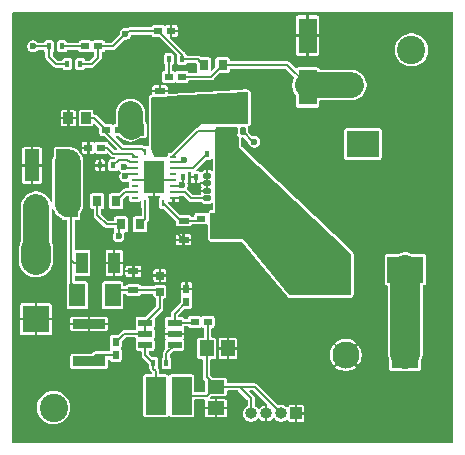
<source format=gtl>
%TF.GenerationSoftware,KiCad,Pcbnew,9.0.0*%
%TF.CreationDate,2025-03-07T10:15:04+01:00*%
%TF.ProjectId,converter1A,636f6e76-6572-4746-9572-31412e6b6963,rev?*%
%TF.SameCoordinates,Original*%
%TF.FileFunction,Copper,L1,Top*%
%TF.FilePolarity,Positive*%
%FSLAX46Y46*%
G04 Gerber Fmt 4.6, Leading zero omitted, Abs format (unit mm)*
G04 Created by KiCad (PCBNEW 9.0.0) date 2025-03-07 10:15:04*
%MOMM*%
%LPD*%
G01*
G04 APERTURE LIST*
G04 Aperture macros list*
%AMRoundRect*
0 Rectangle with rounded corners*
0 $1 Rounding radius*
0 $2 $3 $4 $5 $6 $7 $8 $9 X,Y pos of 4 corners*
0 Add a 4 corners polygon primitive as box body*
4,1,4,$2,$3,$4,$5,$6,$7,$8,$9,$2,$3,0*
0 Add four circle primitives for the rounded corners*
1,1,$1+$1,$2,$3*
1,1,$1+$1,$4,$5*
1,1,$1+$1,$6,$7*
1,1,$1+$1,$8,$9*
0 Add four rect primitives between the rounded corners*
20,1,$1+$1,$2,$3,$4,$5,0*
20,1,$1+$1,$4,$5,$6,$7,0*
20,1,$1+$1,$6,$7,$8,$9,0*
20,1,$1+$1,$8,$9,$2,$3,0*%
%AMFreePoly0*
4,1,17,1.371000,0.720000,0.950000,0.720000,0.950000,0.580000,1.370000,0.580000,1.370000,0.080000,0.950000,0.080000,0.950000,-0.080000,1.370000,-0.080000,1.370000,-0.580000,0.950000,-0.580000,0.950000,-0.720000,1.370000,-0.720000,1.370000,-1.225000,-0.950000,-1.225000,-0.950000,1.225000,1.371000,1.225000,1.371000,0.720000,1.371000,0.720000,$1*%
G04 Aperture macros list end*
%TA.AperFunction,SMDPad,CuDef*%
%ADD10R,1.200000X0.600000*%
%TD*%
%TA.AperFunction,SMDPad,CuDef*%
%ADD11R,0.850000X1.000000*%
%TD*%
%TA.AperFunction,SMDPad,CuDef*%
%ADD12R,0.600000X0.750000*%
%TD*%
%TA.AperFunction,SMDPad,CuDef*%
%ADD13R,0.800000X0.950000*%
%TD*%
%TA.AperFunction,SMDPad,CuDef*%
%ADD14R,0.750000X0.600000*%
%TD*%
%TA.AperFunction,SMDPad,CuDef*%
%ADD15R,0.940000X0.540000*%
%TD*%
%TA.AperFunction,WasherPad*%
%ADD16C,2.400000*%
%TD*%
%TA.AperFunction,SMDPad,CuDef*%
%ADD17R,1.170000X1.820000*%
%TD*%
%TA.AperFunction,ComponentPad*%
%ADD18R,2.300000X2.300000*%
%TD*%
%TA.AperFunction,ComponentPad*%
%ADD19C,2.300000*%
%TD*%
%TA.AperFunction,SMDPad,CuDef*%
%ADD20R,0.420000X0.620000*%
%TD*%
%TA.AperFunction,SMDPad,CuDef*%
%ADD21R,1.070000X1.820000*%
%TD*%
%TA.AperFunction,SMDPad,CuDef*%
%ADD22R,1.750000X3.200000*%
%TD*%
%TA.AperFunction,SMDPad,CuDef*%
%ADD23R,2.820000X0.810000*%
%TD*%
%TA.AperFunction,SMDPad,CuDef*%
%ADD24R,1.450000X1.150000*%
%TD*%
%TA.AperFunction,SMDPad,CuDef*%
%ADD25R,1.400000X1.950000*%
%TD*%
%TA.AperFunction,SMDPad,CuDef*%
%ADD26RoundRect,0.125000X-0.190000X-0.125000X0.190000X-0.125000X0.190000X0.125000X-0.190000X0.125000X0*%
%TD*%
%TA.AperFunction,SMDPad,CuDef*%
%ADD27FreePoly0,0.000000*%
%TD*%
%TA.AperFunction,SMDPad,CuDef*%
%ADD28R,1.150000X1.450000*%
%TD*%
%TA.AperFunction,SMDPad,CuDef*%
%ADD29R,1.600000X3.000000*%
%TD*%
%TA.AperFunction,SMDPad,CuDef*%
%ADD30R,0.450000X0.600000*%
%TD*%
%TA.AperFunction,ComponentPad*%
%ADD31R,1.000000X1.000000*%
%TD*%
%TA.AperFunction,ComponentPad*%
%ADD32O,1.000000X1.000000*%
%TD*%
%TA.AperFunction,SMDPad,CuDef*%
%ADD33R,0.700000X0.650000*%
%TD*%
%TA.AperFunction,SMDPad,CuDef*%
%ADD34R,0.250000X0.600000*%
%TD*%
%TA.AperFunction,SMDPad,CuDef*%
%ADD35R,0.600000X0.250000*%
%TD*%
%TA.AperFunction,SMDPad,CuDef*%
%ADD36R,1.700000X2.700000*%
%TD*%
%TA.AperFunction,SMDPad,CuDef*%
%ADD37R,1.260000X2.720000*%
%TD*%
%TA.AperFunction,SMDPad,CuDef*%
%ADD38RoundRect,0.125000X0.125000X-0.190000X0.125000X0.190000X-0.125000X0.190000X-0.125000X-0.190000X0*%
%TD*%
%TA.AperFunction,SMDPad,CuDef*%
%ADD39FreePoly0,90.000000*%
%TD*%
%TA.AperFunction,SMDPad,CuDef*%
%ADD40R,3.070000X2.260000*%
%TD*%
%TA.AperFunction,SMDPad,CuDef*%
%ADD41R,2.770000X2.260000*%
%TD*%
%TA.AperFunction,ViaPad*%
%ADD42C,0.600000*%
%TD*%
%TA.AperFunction,ViaPad*%
%ADD43C,0.700000*%
%TD*%
%TA.AperFunction,Conductor*%
%ADD44C,0.200000*%
%TD*%
%TA.AperFunction,Conductor*%
%ADD45C,2.500000*%
%TD*%
%TA.AperFunction,Conductor*%
%ADD46C,2.200000*%
%TD*%
%TA.AperFunction,Conductor*%
%ADD47C,2.100000*%
%TD*%
G04 APERTURE END LIST*
D10*
%TO.P,IC3,1,CB*%
%TO.N,Net-(IC3-CB)*%
X178250000Y-102700000D03*
%TO.P,IC3,2,GND*%
%TO.N,GND*%
X178250000Y-101750000D03*
%TO.P,IC3,3,FB*%
%TO.N,Net-(IC3-FB)*%
X178250000Y-100800000D03*
%TO.P,IC3,4,EN*%
%TO.N,Net-(IC3-EN)*%
X175750000Y-100800000D03*
%TO.P,IC3,5,VIN*%
X175750000Y-101750000D03*
%TO.P,IC3,6,SW*%
%TO.N,Net-(IC3-SW)*%
X175750000Y-102700000D03*
%TD*%
D11*
%TO.P,R6,1,1*%
%TO.N,Net-(IC2-EN{slash}UVLO)*%
X170750000Y-83500000D03*
%TO.P,R6,2,2*%
%TO.N,GND*%
X169250000Y-83500000D03*
%TD*%
D12*
%TO.P,R1,1,1*%
%TO.N,Net-(IC3-FB)*%
X179250000Y-99050000D03*
%TO.P,R1,2,2*%
%TO.N,GND*%
X179250000Y-97950000D03*
%TD*%
D13*
%TO.P,R2,1,1*%
%TO.N,Net-(IC2-VCC)*%
X173700000Y-92500000D03*
%TO.P,R2,2,2*%
%TO.N,Net-(IC2-PGOOD)*%
X175300000Y-92500000D03*
%TD*%
D14*
%TO.P,R12,1,1*%
%TO.N,Net-(C15-+)*%
X178850000Y-80000000D03*
%TO.P,R12,2,2*%
%TO.N,Net-(C11-Pad1)*%
X177750000Y-80000000D03*
%TD*%
%TO.P,R4,1,1*%
%TO.N,Net-(J4-Pin_2)*%
X181050000Y-100750000D03*
%TO.P,R4,2,2*%
%TO.N,Net-(IC3-FB)*%
X179950000Y-100750000D03*
%TD*%
%TO.P,R11,1,1*%
%TO.N,Net-(IC2-ILIM)*%
X180500000Y-92000000D03*
%TO.P,R11,2,2*%
%TO.N,Net-(IC2-SW)*%
X181600000Y-92000000D03*
%TD*%
D15*
%TO.P,C6,1,1*%
%TO.N,Net-(IC3-EN)*%
X174750000Y-98050000D03*
%TO.P,C6,2,2*%
%TO.N,GND*%
X174750000Y-96450000D03*
%TD*%
D16*
%TO.P,H3,*%
%TO.N,*%
X168000000Y-108000000D03*
%TD*%
D17*
%TO.P,F1,1,1*%
%TO.N,Net-(F1-Pad1)*%
X166530000Y-91000000D03*
%TO.P,F1,2,2*%
%TO.N,Net-(C16-Pad1)*%
X169470000Y-91000000D03*
%TD*%
D18*
%TO.P,J3,1,1*%
%TO.N,GND*%
X166500000Y-100525000D03*
D19*
%TO.P,J3,2,2*%
%TO.N,Net-(F1-Pad1)*%
X166500000Y-95525000D03*
%TD*%
D20*
%TO.P,C1,1,1*%
%TO.N,Net-(IC3-SW)*%
X176450000Y-104250000D03*
%TO.P,C1,2,2*%
%TO.N,Net-(IC3-CB)*%
X177550000Y-104250000D03*
%TD*%
%TO.P,C13,1,1*%
%TO.N,Net-(IC2-COMP)*%
X169160000Y-78920000D03*
%TO.P,C13,2,2*%
%TO.N,Net-(IC2-FB)*%
X170260000Y-78920000D03*
%TD*%
D21*
%TO.P,C16,1,1*%
%TO.N,Net-(C16-Pad1)*%
X170370000Y-95750000D03*
%TO.P,C16,2,2*%
%TO.N,GND*%
X173130000Y-95750000D03*
%TD*%
D14*
%TO.P,R13,1,1*%
%TO.N,Net-(C12-Pad2)*%
X170685000Y-77420000D03*
%TO.P,R13,2,2*%
%TO.N,Net-(IC2-FB)*%
X171785000Y-77420000D03*
%TD*%
D22*
%TO.P,L2,1,1*%
%TO.N,Net-(IC3-SW)*%
X176650000Y-107000000D03*
%TO.P,L2,2,2*%
%TO.N,Net-(J4-Pin_2)*%
X178850000Y-107000000D03*
%TD*%
D18*
%TO.P,J1,1,1*%
%TO.N,Net-(C15-+)*%
X197740000Y-103540000D03*
D19*
%TO.P,J1,2,2*%
%TO.N,GND*%
X192740000Y-103540000D03*
%TD*%
D23*
%TO.P,C21,1,1*%
%TO.N,Net-(C21-Pad1)*%
X171000000Y-104100000D03*
%TO.P,C21,2,2*%
%TO.N,GND*%
X171000000Y-100900000D03*
%TD*%
D20*
%TO.P,C10,1,1*%
%TO.N,Net-(IC2-VCC)*%
X178950000Y-88500000D03*
%TO.P,C10,2,2*%
%TO.N,GND*%
X180050000Y-88500000D03*
%TD*%
D15*
%TO.P,C8,1,1*%
%TO.N,Net-(IC2-VIN)*%
X177000000Y-82800000D03*
%TO.P,C8,2,2*%
%TO.N,GND*%
X177000000Y-81200000D03*
%TD*%
D13*
%TO.P,R9,1,1*%
%TO.N,Net-(IC2-SYNCIN)*%
X173300000Y-90500000D03*
%TO.P,R9,2,2*%
%TO.N,Net-(IC2-VCC)*%
X171700000Y-90500000D03*
%TD*%
D24*
%TO.P,C2,1,1*%
%TO.N,Net-(J4-Pin_2)*%
X181750000Y-106250000D03*
%TO.P,C2,2,2*%
%TO.N,GND*%
X181750000Y-108050000D03*
%TD*%
D25*
%TO.P,L4,1,1*%
%TO.N,Net-(C16-Pad1)*%
X170000000Y-98500000D03*
%TO.P,L4,2,2*%
%TO.N,Net-(IC3-EN)*%
X173000000Y-98500000D03*
%TD*%
D16*
%TO.P,H2,*%
%TO.N,*%
X198300000Y-77720000D03*
%TD*%
D26*
%TO.P,Q2,1,S*%
%TO.N,GND*%
X181000000Y-88360000D03*
%TO.P,Q2,2,S*%
X181000000Y-89000000D03*
%TO.P,Q2,3,S*%
X181000000Y-89660000D03*
%TO.P,Q2,4,G*%
%TO.N,Net-(IC2-LO)*%
X181000000Y-90300000D03*
D27*
%TO.P,Q2,5,D*%
%TO.N,Net-(IC2-SW)*%
X182825000Y-89330000D03*
%TD*%
D28*
%TO.P,C3,1,1*%
%TO.N,Net-(J4-Pin_2)*%
X180950000Y-103000000D03*
%TO.P,C3,2,2*%
%TO.N,GND*%
X182750000Y-103000000D03*
%TD*%
D29*
%TO.P,C15,1,+*%
%TO.N,Net-(C15-+)*%
X189500000Y-80900000D03*
%TO.P,C15,2,-*%
%TO.N,GND*%
X189500000Y-76500000D03*
%TD*%
D14*
%TO.P,R5,1,1*%
%TO.N,Net-(C16-Pad1)*%
X173550000Y-84500000D03*
%TO.P,R5,2,2*%
%TO.N,Net-(IC2-EN{slash}UVLO)*%
X172450000Y-84500000D03*
%TD*%
D30*
%TO.P,C17,1,1*%
%TO.N,Net-(IC2-BST)*%
X181025000Y-86500000D03*
%TO.P,C17,2,2*%
%TO.N,Net-(IC2-SW)*%
X181975000Y-86500000D03*
%TD*%
D31*
%TO.P,J4,1,Pin_1*%
%TO.N,GND*%
X188540000Y-108500000D03*
D32*
%TO.P,J4,2,Pin_2*%
%TO.N,Net-(J4-Pin_2)*%
X187270000Y-108500000D03*
%TO.P,J4,3,Pin_3*%
%TO.N,GND*%
X186000000Y-108500000D03*
%TO.P,J4,4,Pin_4*%
%TO.N,Net-(J4-Pin_2)*%
X184730000Y-108500000D03*
%TD*%
D33*
%TO.P,C5,1,1*%
%TO.N,Net-(IC3-EN)*%
X177000000Y-98175000D03*
%TO.P,C5,2,2*%
%TO.N,GND*%
X177000000Y-96825000D03*
%TD*%
D34*
%TO.P,IC2,1,EN/UVLO*%
%TO.N,Net-(IC2-EN{slash}UVLO)*%
X175750000Y-86350000D03*
D35*
%TO.P,IC2,2,RT*%
%TO.N,Net-(IC2-RT)*%
X174850000Y-86750000D03*
%TO.P,IC2,3,SS/TRK*%
%TO.N,Net-(IC2-SS{slash}TRK)*%
X174850000Y-87250000D03*
%TO.P,IC2,4,COMP*%
%TO.N,Net-(IC2-COMP)*%
X174850000Y-87750000D03*
%TO.P,IC2,5,FB*%
%TO.N,Net-(IC2-FB)*%
X174850000Y-88250000D03*
%TO.P,IC2,6,AGND*%
%TO.N,GND*%
X174850000Y-88750000D03*
%TO.P,IC2,7,SYNCOUT*%
%TO.N,unconnected-(IC2-SYNCOUT-Pad7)*%
X174850000Y-89250000D03*
%TO.P,IC2,8,SYNCIN*%
%TO.N,Net-(IC2-SYNCIN)*%
X174850000Y-89750000D03*
%TO.P,IC2,9,NC_1*%
%TO.N,unconnected-(IC2-NC_1-Pad9)*%
X174850000Y-90250000D03*
D34*
%TO.P,IC2,10,PGOOD*%
%TO.N,Net-(IC2-PGOOD)*%
X175750000Y-90650000D03*
%TO.P,IC2,11,ILIM*%
%TO.N,Net-(IC2-ILIM)*%
X177250000Y-90650000D03*
D35*
%TO.P,IC2,12,PGND*%
%TO.N,GND*%
X178150000Y-90250000D03*
%TO.P,IC2,13,LO*%
%TO.N,Net-(IC2-LO)*%
X178150000Y-89750000D03*
%TO.P,IC2,14,VCC*%
%TO.N,Net-(IC2-VCC)*%
X178150000Y-89250000D03*
%TO.P,IC2,15,EP_1*%
%TO.N,GND*%
X178150000Y-88750000D03*
%TO.P,IC2,16,NC_2*%
%TO.N,unconnected-(IC2-NC_2-Pad16)*%
X178150000Y-88250000D03*
%TO.P,IC2,17,BST*%
%TO.N,Net-(IC2-BST)*%
X178150000Y-87750000D03*
%TO.P,IC2,18,HO*%
%TO.N,Net-(IC2-HO)*%
X178150000Y-87250000D03*
%TO.P,IC2,19,SW*%
%TO.N,Net-(IC2-SW)*%
X178150000Y-86750000D03*
D34*
%TO.P,IC2,20,VIN*%
%TO.N,Net-(IC2-VIN)*%
X177250000Y-86350000D03*
D36*
%TO.P,IC2,21,EP_2*%
%TO.N,GND*%
X176500000Y-88500000D03*
%TD*%
D37*
%TO.P,C7,1,1*%
%TO.N,Net-(C16-Pad1)*%
X168830000Y-87500000D03*
%TO.P,C7,2,2*%
%TO.N,GND*%
X166170000Y-87500000D03*
%TD*%
D12*
%TO.P,R14,1,1*%
%TO.N,Net-(IC3-EN)*%
X173250000Y-102450000D03*
%TO.P,R14,2,2*%
%TO.N,Net-(C21-Pad1)*%
X173250000Y-103550000D03*
%TD*%
D20*
%TO.P,C11,1,1*%
%TO.N,Net-(C11-Pad1)*%
X177750000Y-78500000D03*
%TO.P,C11,2,2*%
%TO.N,Net-(IC2-FB)*%
X178850000Y-78500000D03*
%TD*%
D13*
%TO.P,R10,1,1*%
%TO.N,Net-(C15-+)*%
X182300000Y-79000000D03*
%TO.P,R10,2,2*%
%TO.N,Net-(IC2-FB)*%
X180700000Y-79000000D03*
%TD*%
D20*
%TO.P,C9,1,1*%
%TO.N,Net-(IC2-SS{slash}TRK)*%
X173050000Y-87500000D03*
%TO.P,C9,2,2*%
%TO.N,GND*%
X171950000Y-87500000D03*
%TD*%
D14*
%TO.P,R7,1,1*%
%TO.N,Net-(IC2-RT)*%
X172050000Y-86000000D03*
%TO.P,R7,2,2*%
%TO.N,GND*%
X170950000Y-86000000D03*
%TD*%
D11*
%TO.P,R8,1,1*%
%TO.N,Net-(C16-Pad1)*%
X175250000Y-84500000D03*
%TO.P,R8,2,2*%
%TO.N,Net-(IC2-VIN)*%
X176750000Y-84500000D03*
%TD*%
D14*
%TO.P,R15,1,1*%
%TO.N,Net-(IC2-FB)*%
X176860000Y-76120000D03*
%TO.P,R15,2,2*%
%TO.N,GND*%
X177960000Y-76120000D03*
%TD*%
D38*
%TO.P,Q1,1,S*%
%TO.N,Net-(IC2-SW)*%
X182057500Y-84610000D03*
%TO.P,Q1,2,S*%
X182697500Y-84610000D03*
%TO.P,Q1,3,S*%
X183357500Y-84610000D03*
%TO.P,Q1,4,G*%
%TO.N,Net-(IC2-HO)*%
X183997500Y-84610000D03*
D39*
%TO.P,Q1,5,D*%
%TO.N,Net-(IC2-VIN)*%
X183027500Y-82785000D03*
%TD*%
D15*
%TO.P,C14,1,1*%
%TO.N,Net-(IC2-ILIM)*%
X179000000Y-92200000D03*
%TO.P,C14,2,2*%
%TO.N,GND*%
X179000000Y-93800000D03*
%TD*%
D40*
%TO.P,L1,1,1*%
%TO.N,Net-(IC2-SW)*%
X190575000Y-96320000D03*
%TO.P,L1,2,2*%
%TO.N,Net-(C15-+)*%
X197785000Y-96320000D03*
D41*
%TO.P,L1,3,3*%
%TO.N,unconnected-(L1-Pad3)*%
X194180000Y-85680000D03*
%TD*%
D20*
%TO.P,C12,1,1*%
%TO.N,Net-(IC2-COMP)*%
X167610000Y-77420000D03*
%TO.P,C12,2,2*%
%TO.N,Net-(C12-Pad2)*%
X168710000Y-77420000D03*
%TD*%
D42*
%TO.N,GND*%
X183500000Y-75500000D03*
X183500000Y-96000000D03*
X180000000Y-89500000D03*
X179000000Y-90500000D03*
X198000000Y-81500000D03*
X167000000Y-81000000D03*
X174000000Y-108000000D03*
%TO.N,Net-(IC2-HO)*%
X179000000Y-87000000D03*
X185000000Y-85500000D03*
%TO.N,Net-(IC2-VCC)*%
X178867582Y-89150000D03*
X173500000Y-93500000D03*
%TO.N,Net-(IC2-COMP)*%
X166260000Y-77420000D03*
X173941571Y-87600000D03*
%TO.N,Net-(IC2-FB)*%
X174065687Y-88434313D03*
X174080000Y-76370000D03*
D43*
%TO.N,Net-(C15-+)*%
X197785000Y-99715000D03*
X193200000Y-80700000D03*
%TO.N,Net-(C16-Pad1)*%
X169200000Y-87200000D03*
X174500000Y-83100000D03*
%TD*%
D44*
%TO.N,Net-(IC3-EN)*%
X175750000Y-100800000D02*
X175750000Y-101750000D01*
X173450000Y-98050000D02*
X173000000Y-98500000D01*
X174750000Y-98050000D02*
X176875000Y-98050000D01*
X174750000Y-98050000D02*
X173450000Y-98050000D01*
X177000000Y-99550000D02*
X175750000Y-100800000D01*
X173950000Y-101750000D02*
X175750000Y-101750000D01*
X173250000Y-102450000D02*
X173950000Y-101750000D01*
X177000000Y-98175000D02*
X177000000Y-99550000D01*
X176875000Y-98050000D02*
X177000000Y-98175000D01*
%TO.N,GND*%
X188000000Y-110000000D02*
X188540000Y-109460000D01*
X186000000Y-109750000D02*
X186250000Y-110000000D01*
X178150000Y-90250000D02*
X178750000Y-90250000D01*
X176500000Y-91300000D02*
X179000000Y-93800000D01*
X176250000Y-88750000D02*
X176500000Y-88500000D01*
X174850000Y-88750000D02*
X176250000Y-88750000D01*
X178750000Y-90250000D02*
X179000000Y-90500000D01*
X176500000Y-88500000D02*
X176500000Y-91300000D01*
X186250000Y-110000000D02*
X188000000Y-110000000D01*
X188540000Y-109460000D02*
X188540000Y-108500000D01*
X181000000Y-89000000D02*
X181000000Y-89660000D01*
X186000000Y-108500000D02*
X186000000Y-109750000D01*
X176750000Y-88750000D02*
X176500000Y-88500000D01*
X178150000Y-88750000D02*
X176750000Y-88750000D01*
%TO.N,Net-(IC3-CB)*%
X177550000Y-103400000D02*
X178250000Y-102700000D01*
X177550000Y-104250000D02*
X177550000Y-103400000D01*
%TO.N,Net-(IC3-SW)*%
X175750000Y-103550000D02*
X176450000Y-104250000D01*
X176450000Y-104700000D02*
X176650000Y-104900000D01*
X175750000Y-102700000D02*
X175750000Y-103550000D01*
X176650000Y-104900000D02*
X176650000Y-107000000D01*
X176450000Y-104250000D02*
X176450000Y-104700000D01*
%TO.N,Net-(IC3-FB)*%
X179900000Y-100800000D02*
X179950000Y-100750000D01*
X178250000Y-100800000D02*
X179900000Y-100800000D01*
X178250000Y-100800000D02*
X178250000Y-100050000D01*
X178250000Y-100050000D02*
X179250000Y-99050000D01*
%TO.N,Net-(IC2-SW)*%
X178150000Y-86720000D02*
X180260000Y-84610000D01*
X181975000Y-84745000D02*
X182110000Y-84610000D01*
X182110000Y-89115000D02*
X182325000Y-89330000D01*
X180260000Y-84610000D02*
X182057500Y-84610000D01*
X178150000Y-86750000D02*
X178150000Y-86720000D01*
X183325000Y-89330000D02*
X183585000Y-89330000D01*
X183500000Y-84700000D02*
X183410000Y-84610000D01*
%TO.N,Net-(IC2-HO)*%
X184887500Y-85500000D02*
X183997500Y-84610000D01*
X178150000Y-87250000D02*
X178750000Y-87250000D01*
X185000000Y-85500000D02*
X184887500Y-85500000D01*
X178750000Y-87250000D02*
X179000000Y-87000000D01*
%TO.N,Net-(IC2-LO)*%
X179666111Y-90300000D02*
X179116111Y-89750000D01*
X179116111Y-89750000D02*
X178150000Y-89750000D01*
X181000000Y-90300000D02*
X179666111Y-90300000D01*
%TO.N,Net-(IC2-VCC)*%
X172500000Y-92500000D02*
X173700000Y-92500000D01*
X178767582Y-89250000D02*
X178150000Y-89250000D01*
X178950000Y-89067582D02*
X178867582Y-89150000D01*
X178950000Y-88500000D02*
X178950000Y-89067582D01*
X171700000Y-90500000D02*
X171700000Y-91700000D01*
X178867582Y-89150000D02*
X178767582Y-89250000D01*
X173500000Y-92700000D02*
X173700000Y-92500000D01*
X171700000Y-91700000D02*
X172500000Y-92500000D01*
X173500000Y-93500000D02*
X173500000Y-92700000D01*
X173700000Y-92500000D02*
X173550000Y-92500000D01*
%TO.N,Net-(IC2-SYNCIN)*%
X173300000Y-90500000D02*
X174050000Y-89750000D01*
X174050000Y-89750000D02*
X174850000Y-89750000D01*
%TO.N,Net-(IC2-PGOOD)*%
X175750000Y-92050000D02*
X175300000Y-92500000D01*
X175750000Y-90650000D02*
X175750000Y-92050000D01*
%TO.N,Net-(IC2-BST)*%
X179775000Y-87750000D02*
X181025000Y-86500000D01*
X178150000Y-87750000D02*
X179775000Y-87750000D01*
%TO.N,Net-(C12-Pad2)*%
X168710000Y-77420000D02*
X170660000Y-77420000D01*
%TO.N,Net-(IC2-ILIM)*%
X177250000Y-90650000D02*
X178800000Y-92200000D01*
X178800000Y-92200000D02*
X179000000Y-92200000D01*
X179000000Y-92200000D02*
X180300000Y-92200000D01*
X180300000Y-92200000D02*
X180500000Y-92000000D01*
%TO.N,Net-(C11-Pad1)*%
X177750000Y-78500000D02*
X177750000Y-80000000D01*
%TO.N,Net-(C21-Pad1)*%
X171550000Y-103550000D02*
X171000000Y-104100000D01*
X173250000Y-103550000D02*
X171550000Y-103550000D01*
%TO.N,Net-(IC2-RT)*%
X172550000Y-86000000D02*
X173050000Y-86500000D01*
X172050000Y-86000000D02*
X172550000Y-86000000D01*
X174600000Y-86500000D02*
X174850000Y-86750000D01*
X173050000Y-86500000D02*
X174600000Y-86500000D01*
%TO.N,Net-(IC2-EN{slash}UVLO)*%
X172450000Y-84500000D02*
X172450000Y-84725000D01*
X171450000Y-83500000D02*
X172450000Y-84500000D01*
X175500000Y-86100000D02*
X175750000Y-86350000D01*
X170750000Y-83500000D02*
X171450000Y-83500000D01*
X173825000Y-86100000D02*
X175500000Y-86100000D01*
X172450000Y-84725000D02*
X173825000Y-86100000D01*
%TO.N,Net-(IC2-SS{slash}TRK)*%
X173550000Y-87000000D02*
X174250000Y-87000000D01*
X174250000Y-87000000D02*
X174500000Y-87250000D01*
X174500000Y-87250000D02*
X174850000Y-87250000D01*
X173050000Y-87500000D02*
X173550000Y-87000000D01*
%TO.N,Net-(IC2-COMP)*%
X167610000Y-78320000D02*
X168210000Y-78920000D01*
X168210000Y-78920000D02*
X169160000Y-78920000D01*
X173941571Y-87600000D02*
X174091571Y-87750000D01*
X174091571Y-87750000D02*
X174850000Y-87750000D01*
X167610000Y-77420000D02*
X167610000Y-78320000D01*
X166260000Y-77420000D02*
X167610000Y-77420000D01*
%TO.N,Net-(IC2-FB)*%
X174850000Y-88250000D02*
X174250000Y-88250000D01*
X174080000Y-76370000D02*
X174140000Y-76370000D01*
X170110000Y-79070000D02*
X170260000Y-78920000D01*
X171210000Y-78920000D02*
X170260000Y-78920000D01*
X174250000Y-88250000D02*
X174065687Y-88434313D01*
X174140000Y-76370000D02*
X174390000Y-76120000D01*
X178850000Y-78500000D02*
X180200000Y-78500000D01*
X171760000Y-78370000D02*
X171210000Y-78920000D01*
X176860000Y-76120000D02*
X178850000Y-78110000D01*
X180200000Y-78500000D02*
X180417157Y-78717157D01*
X171785000Y-77420000D02*
X173030000Y-77420000D01*
X173030000Y-77420000D02*
X174080000Y-76370000D01*
X174390000Y-76120000D02*
X176860000Y-76120000D01*
X171760000Y-77420000D02*
X171760000Y-78370000D01*
X178850000Y-78110000D02*
X178850000Y-78500000D01*
D45*
%TO.N,Net-(C15-+)*%
X197785000Y-99285000D02*
X197785000Y-103470000D01*
D44*
X178850000Y-80000000D02*
X181300000Y-80000000D01*
X182300000Y-79000000D02*
X187800000Y-79000000D01*
D45*
X197785000Y-99715000D02*
X197785000Y-96320000D01*
D44*
X181300000Y-80000000D02*
X182300000Y-79000000D01*
D46*
X189500000Y-80700000D02*
X193200000Y-80700000D01*
D44*
X187800000Y-79000000D02*
X189500000Y-80700000D01*
%TO.N,Net-(C16-Pad1)*%
X170560000Y-95560000D02*
X170370000Y-95750000D01*
X170370000Y-95750000D02*
X169720000Y-95750000D01*
D46*
X169200000Y-90770000D02*
X169200000Y-87200000D01*
D44*
X170000000Y-98000000D02*
X169470000Y-97470000D01*
X170000000Y-99000000D02*
X169880000Y-99120000D01*
X173550000Y-84050000D02*
X173550000Y-84500000D01*
X169470000Y-91000000D02*
X169500000Y-91000000D01*
X169470000Y-87640000D02*
X169330000Y-87500000D01*
X169720000Y-95750000D02*
X169470000Y-95500000D01*
X169470000Y-95500000D02*
X169470000Y-91000000D01*
D47*
X174500000Y-83100000D02*
X174500000Y-84200000D01*
D44*
X169470000Y-97470000D02*
X169470000Y-95500000D01*
X170000000Y-98000000D02*
X170000000Y-99000000D01*
D47*
X174500000Y-84200000D02*
X174530000Y-84230000D01*
D44*
%TO.N,Net-(J4-Pin_2)*%
X181050000Y-100750000D02*
X181050000Y-102900000D01*
X180950000Y-103000000D02*
X180950000Y-105450000D01*
X181750000Y-106250000D02*
X183750000Y-106250000D01*
X180950000Y-105450000D02*
X181750000Y-106250000D01*
X181000000Y-107000000D02*
X181750000Y-106250000D01*
X183750000Y-106250000D02*
X185020000Y-106250000D01*
X185020000Y-106250000D02*
X187270000Y-108500000D01*
X184730000Y-107230000D02*
X183750000Y-106250000D01*
X178850000Y-107000000D02*
X181000000Y-107000000D01*
X181050000Y-102900000D02*
X180950000Y-103000000D01*
X184730000Y-108500000D02*
X184730000Y-107230000D01*
D46*
%TO.N,Net-(F1-Pad1)*%
X166530000Y-94555000D02*
X166530000Y-91000000D01*
D45*
X166530000Y-95495000D02*
X166500000Y-95525000D01*
X166530000Y-94555000D02*
X166530000Y-95495000D01*
D44*
X166500000Y-91030000D02*
X166530000Y-91000000D01*
%TD*%
%TA.AperFunction,Conductor*%
%TO.N,Net-(IC2-SW)*%
G36*
X183490288Y-84269685D02*
G01*
X183536043Y-84322489D01*
X183546194Y-84377802D01*
X183547000Y-84377802D01*
X183547000Y-84838132D01*
X183547001Y-84838138D01*
X183553241Y-84885545D01*
X183553242Y-84885547D01*
X183553242Y-84885548D01*
X183601753Y-84989579D01*
X183663681Y-85051507D01*
X183697166Y-85112830D01*
X183700000Y-85139188D01*
X183700000Y-86000000D01*
X193161281Y-94963318D01*
X193196410Y-95023713D01*
X193200000Y-95053335D01*
X193200000Y-98376000D01*
X193180315Y-98443039D01*
X193127511Y-98488794D01*
X193076000Y-98500000D01*
X187986036Y-98500000D01*
X187918997Y-98480315D01*
X187890065Y-98454521D01*
X184040911Y-93750000D01*
X181374000Y-93750000D01*
X181306961Y-93730315D01*
X181261206Y-93677511D01*
X181250000Y-93626000D01*
X181250000Y-91624000D01*
X181269685Y-91556961D01*
X181322489Y-91511206D01*
X181374000Y-91500000D01*
X181700000Y-91500000D01*
X181700000Y-84374000D01*
X181719685Y-84306961D01*
X181772489Y-84261206D01*
X181824000Y-84250000D01*
X183423249Y-84250000D01*
X183490288Y-84269685D01*
G37*
%TD.AperFunction*%
%TD*%
%TA.AperFunction,Conductor*%
%TO.N,Net-(IC2-VIN)*%
G36*
X184436879Y-81273382D02*
G01*
X184485618Y-81323444D01*
X184500000Y-81381408D01*
X184500000Y-83876000D01*
X184480315Y-83943039D01*
X184427511Y-83988794D01*
X184376000Y-84000000D01*
X180499999Y-84000000D01*
X180203036Y-84296963D01*
X180151471Y-84326734D01*
X180151526Y-84326865D01*
X180150530Y-84327277D01*
X180147450Y-84329056D01*
X180144017Y-84329975D01*
X180144014Y-84329976D01*
X180075492Y-84369538D01*
X180075486Y-84369542D01*
X178056848Y-86388181D01*
X177995525Y-86421666D01*
X177969167Y-86424500D01*
X177830247Y-86424500D01*
X177771770Y-86436131D01*
X177771769Y-86436132D01*
X177705447Y-86480447D01*
X177661132Y-86546769D01*
X177661131Y-86546770D01*
X177649500Y-86605247D01*
X177649500Y-86626000D01*
X177629815Y-86693039D01*
X177577011Y-86738794D01*
X177525500Y-86750000D01*
X176583952Y-86750000D01*
X176516913Y-86730315D01*
X176471158Y-86677511D01*
X176468821Y-86672052D01*
X176258869Y-86147172D01*
X176250000Y-86101120D01*
X176250000Y-81846079D01*
X176269685Y-81779040D01*
X176322489Y-81733285D01*
X176366807Y-81722289D01*
X177255057Y-81670708D01*
X177262245Y-81670500D01*
X177489750Y-81670500D01*
X177489751Y-81670499D01*
X177501993Y-81668064D01*
X177560211Y-81656485D01*
X177560310Y-81656987D01*
X177583691Y-81651625D01*
X184368815Y-81257617D01*
X184436879Y-81273382D01*
G37*
%TD.AperFunction*%
%TD*%
%TA.AperFunction,Conductor*%
%TO.N,GND*%
G36*
X184917203Y-106572174D02*
G01*
X186078326Y-107733297D01*
X186100000Y-107785623D01*
X186100000Y-108190330D01*
X186042787Y-108175000D01*
X185957213Y-108175000D01*
X185900000Y-108190330D01*
X185900000Y-107806177D01*
X185795822Y-107826899D01*
X185795815Y-107826901D01*
X185668426Y-107879667D01*
X185553776Y-107956273D01*
X185553775Y-107956275D01*
X185456275Y-108053775D01*
X185456271Y-108053778D01*
X185426828Y-108097844D01*
X185379736Y-108129309D01*
X185324187Y-108118259D01*
X185303771Y-108097843D01*
X185274116Y-108053461D01*
X185274114Y-108053458D01*
X185176542Y-107955886D01*
X185063387Y-107880278D01*
X185031922Y-107833185D01*
X185030500Y-107818749D01*
X185030500Y-107190436D01*
X185030499Y-107190435D01*
X185010022Y-107114014D01*
X185010020Y-107114009D01*
X184994790Y-107087630D01*
X184970460Y-107045489D01*
X184914511Y-106989540D01*
X184601797Y-106676826D01*
X184580123Y-106624500D01*
X184601797Y-106572174D01*
X184654123Y-106550500D01*
X184864877Y-106550500D01*
X184917203Y-106572174D01*
G37*
%TD.AperFunction*%
%TA.AperFunction,Conductor*%
G36*
X179013314Y-90072174D02*
G01*
X179425651Y-90484511D01*
X179481600Y-90540460D01*
X179550122Y-90580021D01*
X179550123Y-90580021D01*
X179550125Y-90580022D01*
X179571133Y-90585651D01*
X179626546Y-90600499D01*
X179626547Y-90600500D01*
X179626549Y-90600500D01*
X180494522Y-90600500D01*
X180546848Y-90622174D01*
X180620421Y-90695747D01*
X180724455Y-90744259D01*
X180771861Y-90750500D01*
X181228138Y-90750499D01*
X181275545Y-90744259D01*
X181379579Y-90695747D01*
X181379579Y-90695746D01*
X181385446Y-90693011D01*
X181386360Y-90694972D01*
X181433347Y-90684555D01*
X181481116Y-90714984D01*
X181494500Y-90757431D01*
X181494500Y-91220500D01*
X181472826Y-91272826D01*
X181420500Y-91294500D01*
X181373999Y-91294500D01*
X181330315Y-91299197D01*
X181278784Y-91310407D01*
X181268629Y-91312888D01*
X181268627Y-91312889D01*
X181187916Y-91355899D01*
X181187912Y-91355901D01*
X181135115Y-91401651D01*
X181117155Y-91419248D01*
X181074243Y-91495964D01*
X181029782Y-91531050D01*
X180973534Y-91524421D01*
X180968548Y-91521367D01*
X180953232Y-91511133D01*
X180953233Y-91511133D01*
X180923989Y-91505316D01*
X180894748Y-91499500D01*
X180105252Y-91499500D01*
X180076010Y-91505316D01*
X180046767Y-91511133D01*
X179980449Y-91555447D01*
X179980447Y-91555449D01*
X179936133Y-91621767D01*
X179924500Y-91680253D01*
X179924500Y-91825500D01*
X179902826Y-91877826D01*
X179850500Y-91899500D01*
X179728083Y-91899500D01*
X179675757Y-91877826D01*
X179659716Y-91853818D01*
X179658867Y-91851769D01*
X179640646Y-91824500D01*
X179614552Y-91785448D01*
X179592343Y-91770608D01*
X179548232Y-91741133D01*
X179548233Y-91741133D01*
X179518989Y-91735316D01*
X179489748Y-91729500D01*
X179489746Y-91729500D01*
X178785123Y-91729500D01*
X178732797Y-91707826D01*
X177715274Y-90690303D01*
X177693600Y-90637977D01*
X177715274Y-90585651D01*
X177767600Y-90563977D01*
X177782037Y-90565399D01*
X177830304Y-90575000D01*
X178050000Y-90575000D01*
X178250000Y-90575000D01*
X178469697Y-90575000D01*
X178528035Y-90563396D01*
X178594191Y-90519192D01*
X178594192Y-90519191D01*
X178638396Y-90453035D01*
X178650000Y-90394697D01*
X178650000Y-90350000D01*
X178250000Y-90350000D01*
X178250000Y-90575000D01*
X178050000Y-90575000D01*
X178050000Y-90324000D01*
X178071674Y-90271674D01*
X178124000Y-90250000D01*
X178150000Y-90250000D01*
X178150000Y-90224000D01*
X178171674Y-90171674D01*
X178224000Y-90150000D01*
X178650000Y-90150000D01*
X178650000Y-90124500D01*
X178671674Y-90072174D01*
X178724000Y-90050500D01*
X178960988Y-90050500D01*
X179013314Y-90072174D01*
G37*
%TD.AperFunction*%
%TA.AperFunction,Conductor*%
G36*
X181482028Y-86975098D02*
G01*
X181494500Y-87016212D01*
X181494500Y-87903187D01*
X181472826Y-87955513D01*
X181420500Y-87977187D01*
X181385708Y-87966218D01*
X181385156Y-87967404D01*
X181275414Y-87916231D01*
X181275412Y-87916230D01*
X181228083Y-87910000D01*
X181100000Y-87910000D01*
X181100000Y-89586000D01*
X181078326Y-89638326D01*
X181026000Y-89660000D01*
X181000000Y-89660000D01*
X181000000Y-89686000D01*
X180978326Y-89738326D01*
X180926000Y-89760000D01*
X180485001Y-89760000D01*
X180485001Y-89823083D01*
X180491230Y-89870412D01*
X180491231Y-89870414D01*
X180502335Y-89894226D01*
X180504805Y-89950809D01*
X180466542Y-89992567D01*
X180435268Y-89999500D01*
X179821234Y-89999500D01*
X179768908Y-89977826D01*
X179301027Y-89509945D01*
X179295630Y-89496916D01*
X180485000Y-89496916D01*
X180485000Y-89560000D01*
X180900000Y-89560000D01*
X180900000Y-89100000D01*
X180485001Y-89100000D01*
X180485001Y-89163083D01*
X180491230Y-89210412D01*
X180491232Y-89210417D01*
X180532411Y-89298727D01*
X180534881Y-89355310D01*
X180532411Y-89361273D01*
X180491231Y-89449585D01*
X180491230Y-89449587D01*
X180485000Y-89496916D01*
X179295630Y-89496916D01*
X179279353Y-89457619D01*
X179289268Y-89420618D01*
X179333974Y-89343186D01*
X179368081Y-89215894D01*
X179368082Y-89215894D01*
X179368082Y-89084106D01*
X179368081Y-89084105D01*
X179358076Y-89046767D01*
X179333974Y-88956814D01*
X179333798Y-88956157D01*
X179341190Y-88900004D01*
X179343731Y-88895916D01*
X179348867Y-88888231D01*
X179360500Y-88829748D01*
X179360500Y-88829697D01*
X179640000Y-88829697D01*
X179651603Y-88888035D01*
X179695807Y-88954191D01*
X179695808Y-88954192D01*
X179761964Y-88998396D01*
X179820303Y-89010000D01*
X179950000Y-89010000D01*
X179950000Y-88600000D01*
X179640000Y-88600000D01*
X179640000Y-88829697D01*
X179360500Y-88829697D01*
X179360500Y-88170252D01*
X179354271Y-88138936D01*
X179355749Y-88131502D01*
X179352849Y-88124500D01*
X179361109Y-88104556D01*
X179365321Y-88083387D01*
X179371622Y-88079176D01*
X179374523Y-88072174D01*
X179394466Y-88063913D01*
X179412413Y-88051922D01*
X179426849Y-88050500D01*
X179573661Y-88050500D01*
X179625987Y-88072174D01*
X179647661Y-88124500D01*
X179646239Y-88138936D01*
X179640000Y-88170302D01*
X179640000Y-88400000D01*
X179976000Y-88400000D01*
X180028326Y-88421674D01*
X180050000Y-88474000D01*
X180050000Y-88500000D01*
X180076000Y-88500000D01*
X180128326Y-88521674D01*
X180150000Y-88574000D01*
X180150000Y-89010000D01*
X180279697Y-89010000D01*
X180338035Y-88998396D01*
X180404190Y-88954193D01*
X180404192Y-88954191D01*
X180405000Y-88952981D01*
X180405138Y-88952528D01*
X180406026Y-88951445D01*
X180411093Y-88943858D01*
X180411841Y-88944357D01*
X180441062Y-88908742D01*
X180475954Y-88900000D01*
X180900000Y-88900000D01*
X180900000Y-87910000D01*
X180771916Y-87910000D01*
X180724587Y-87916230D01*
X180724584Y-87916231D01*
X180620711Y-87964668D01*
X180539668Y-88045711D01*
X180539663Y-88045718D01*
X180539510Y-88046048D01*
X180539294Y-88046245D01*
X180535955Y-88051015D01*
X180534896Y-88050274D01*
X180497747Y-88084305D01*
X180441164Y-88081826D01*
X180410919Y-88055875D01*
X180404194Y-88045810D01*
X180404191Y-88045807D01*
X180338035Y-88001603D01*
X180279697Y-87990000D01*
X180138623Y-87990000D01*
X180086297Y-87968326D01*
X180064623Y-87916000D01*
X180086297Y-87863674D01*
X180927797Y-87022174D01*
X180980123Y-87000500D01*
X181269746Y-87000500D01*
X181269748Y-87000500D01*
X181328231Y-86988867D01*
X181379389Y-86954683D01*
X181434934Y-86943633D01*
X181482028Y-86975098D01*
G37*
%TD.AperFunction*%
%TA.AperFunction,Conductor*%
G36*
X201827826Y-74522174D02*
G01*
X201849500Y-74574500D01*
X201849500Y-110925500D01*
X201827826Y-110977826D01*
X201775500Y-110999500D01*
X164574500Y-110999500D01*
X164522174Y-110977826D01*
X164500500Y-110925500D01*
X164500500Y-107889776D01*
X166599500Y-107889776D01*
X166599500Y-108110223D01*
X166633984Y-108327948D01*
X166633987Y-108327961D01*
X166702103Y-108537602D01*
X166702104Y-108537605D01*
X166702105Y-108537606D01*
X166793122Y-108716236D01*
X166802186Y-108734023D01*
X166802186Y-108734024D01*
X166827737Y-108769192D01*
X166931758Y-108912365D01*
X167087635Y-109068242D01*
X167192172Y-109144192D01*
X167260480Y-109193821D01*
X167265978Y-109197815D01*
X167462394Y-109297895D01*
X167462397Y-109297896D01*
X167462396Y-109297896D01*
X167672038Y-109366012D01*
X167672044Y-109366013D01*
X167672049Y-109366015D01*
X167780913Y-109383257D01*
X167889776Y-109400500D01*
X167889778Y-109400500D01*
X168110224Y-109400500D01*
X168197313Y-109386706D01*
X168327951Y-109366015D01*
X168327958Y-109366012D01*
X168327961Y-109366012D01*
X168423133Y-109335088D01*
X168537606Y-109297895D01*
X168734022Y-109197815D01*
X168912365Y-109068242D01*
X169068242Y-108912365D01*
X169197815Y-108734022D01*
X169297895Y-108537606D01*
X169366015Y-108327951D01*
X169400500Y-108110222D01*
X169400500Y-107889778D01*
X169398995Y-107880278D01*
X169366015Y-107672051D01*
X169366012Y-107672038D01*
X169297896Y-107462397D01*
X169297895Y-107462396D01*
X169297895Y-107462394D01*
X169197815Y-107265978D01*
X169068242Y-107087635D01*
X168912365Y-106931758D01*
X168792603Y-106844746D01*
X168734024Y-106802186D01*
X168537602Y-106702103D01*
X168537603Y-106702103D01*
X168327961Y-106633987D01*
X168327948Y-106633984D01*
X168110224Y-106599500D01*
X168110222Y-106599500D01*
X167889778Y-106599500D01*
X167889776Y-106599500D01*
X167672051Y-106633984D01*
X167672038Y-106633987D01*
X167462397Y-106702103D01*
X167265976Y-106802186D01*
X167265975Y-106802186D01*
X167087639Y-106931755D01*
X167087635Y-106931758D01*
X166931758Y-107087635D01*
X166931755Y-107087638D01*
X166931755Y-107087639D01*
X166802186Y-107265975D01*
X166802186Y-107265976D01*
X166702103Y-107462397D01*
X166633987Y-107672038D01*
X166633984Y-107672051D01*
X166599500Y-107889776D01*
X164500500Y-107889776D01*
X164500500Y-103675253D01*
X169389500Y-103675253D01*
X169389500Y-104524746D01*
X169401133Y-104583232D01*
X169430608Y-104627343D01*
X169445448Y-104649552D01*
X169460501Y-104659610D01*
X169511767Y-104693866D01*
X169511768Y-104693866D01*
X169511769Y-104693867D01*
X169570252Y-104705500D01*
X169570254Y-104705500D01*
X172429746Y-104705500D01*
X172429748Y-104705500D01*
X172488231Y-104693867D01*
X172554552Y-104649552D01*
X172598867Y-104583231D01*
X172610500Y-104524748D01*
X172610500Y-103997280D01*
X172632174Y-103944954D01*
X172684500Y-103923280D01*
X172736826Y-103944954D01*
X172757078Y-103982844D01*
X172761133Y-104003232D01*
X172771066Y-104018097D01*
X172805448Y-104069552D01*
X172849560Y-104099027D01*
X172871767Y-104113866D01*
X172871768Y-104113866D01*
X172871769Y-104113867D01*
X172930252Y-104125500D01*
X172930254Y-104125500D01*
X173569746Y-104125500D01*
X173569748Y-104125500D01*
X173628231Y-104113867D01*
X173694552Y-104069552D01*
X173738867Y-104003231D01*
X173750500Y-103944748D01*
X173750500Y-103155252D01*
X173738867Y-103096769D01*
X173737178Y-103094242D01*
X173701678Y-103041113D01*
X173690628Y-102985565D01*
X173701678Y-102958887D01*
X173702647Y-102957437D01*
X173738867Y-102903231D01*
X173750500Y-102844748D01*
X173750500Y-102405123D01*
X173772174Y-102352797D01*
X174052797Y-102072174D01*
X174105123Y-102050500D01*
X174884941Y-102050500D01*
X174937267Y-102072174D01*
X174950704Y-102090570D01*
X174955484Y-102099836D01*
X174961133Y-102128231D01*
X175000640Y-102187356D01*
X175002556Y-102191070D01*
X175004598Y-102215446D01*
X175009371Y-102239436D01*
X175007074Y-102244981D01*
X175007286Y-102247509D01*
X175004817Y-102250429D01*
X174998321Y-102266113D01*
X174961133Y-102321766D01*
X174954961Y-102352797D01*
X174949500Y-102380252D01*
X174949500Y-103019748D01*
X174953750Y-103041113D01*
X174961133Y-103078232D01*
X174990608Y-103122343D01*
X175005448Y-103144552D01*
X175027879Y-103159540D01*
X175071767Y-103188866D01*
X175071768Y-103188866D01*
X175071769Y-103188867D01*
X175130252Y-103200500D01*
X175375500Y-103200500D01*
X175427826Y-103222174D01*
X175449500Y-103274500D01*
X175449500Y-103589564D01*
X175469977Y-103665985D01*
X175469979Y-103665990D01*
X175489904Y-103700500D01*
X175509540Y-103734511D01*
X176017826Y-104242797D01*
X176039500Y-104295123D01*
X176039500Y-104579746D01*
X176051133Y-104638232D01*
X176065418Y-104659610D01*
X176095448Y-104704552D01*
X176111821Y-104715492D01*
X176126704Y-104725437D01*
X176153913Y-104758538D01*
X176155799Y-104763072D01*
X176169979Y-104815989D01*
X176195642Y-104860438D01*
X176198036Y-104864584D01*
X176198037Y-104864587D01*
X176209540Y-104884511D01*
X176327826Y-105002797D01*
X176349500Y-105055123D01*
X176349500Y-105125500D01*
X176327826Y-105177826D01*
X176275500Y-105199500D01*
X175755252Y-105199500D01*
X175726010Y-105205316D01*
X175696767Y-105211133D01*
X175630449Y-105255447D01*
X175630447Y-105255449D01*
X175586133Y-105321767D01*
X175586133Y-105321769D01*
X175574500Y-105380252D01*
X175574500Y-108619748D01*
X175579463Y-108644697D01*
X175586133Y-108678232D01*
X175615608Y-108722343D01*
X175630448Y-108744552D01*
X175653663Y-108760064D01*
X175696767Y-108788866D01*
X175696768Y-108788866D01*
X175696769Y-108788867D01*
X175755252Y-108800500D01*
X175755254Y-108800500D01*
X177544746Y-108800500D01*
X177544748Y-108800500D01*
X177603231Y-108788867D01*
X177669552Y-108744552D01*
X177688472Y-108716235D01*
X177735564Y-108684771D01*
X177791113Y-108695821D01*
X177811526Y-108716234D01*
X177830448Y-108744552D01*
X177853663Y-108760064D01*
X177896767Y-108788866D01*
X177896768Y-108788866D01*
X177896769Y-108788867D01*
X177955252Y-108800500D01*
X177955254Y-108800500D01*
X179744746Y-108800500D01*
X179744748Y-108800500D01*
X179803231Y-108788867D01*
X179869552Y-108744552D01*
X179913867Y-108678231D01*
X179920537Y-108644697D01*
X180825000Y-108644697D01*
X180836603Y-108703035D01*
X180880807Y-108769191D01*
X180880808Y-108769192D01*
X180946964Y-108813396D01*
X181005303Y-108825000D01*
X181650000Y-108825000D01*
X181850000Y-108825000D01*
X182494697Y-108825000D01*
X182553035Y-108813396D01*
X182619191Y-108769192D01*
X182619192Y-108769191D01*
X182663396Y-108703035D01*
X182675000Y-108644697D01*
X182675000Y-108150000D01*
X181850000Y-108150000D01*
X181850000Y-108825000D01*
X181650000Y-108825000D01*
X181650000Y-108150000D01*
X180825000Y-108150000D01*
X180825000Y-108644697D01*
X179920537Y-108644697D01*
X179925500Y-108619748D01*
X179925500Y-107374500D01*
X179947174Y-107322174D01*
X179999500Y-107300500D01*
X180765812Y-107300500D01*
X180818138Y-107322174D01*
X180839812Y-107374500D01*
X180836814Y-107389574D01*
X180838026Y-107389815D01*
X180825000Y-107455302D01*
X180825000Y-107950000D01*
X181650000Y-107950000D01*
X181850000Y-107950000D01*
X182675000Y-107950000D01*
X182675000Y-107455302D01*
X182663396Y-107396964D01*
X182619192Y-107330808D01*
X182619191Y-107330807D01*
X182553035Y-107286603D01*
X182494697Y-107275000D01*
X181850000Y-107275000D01*
X181850000Y-107950000D01*
X181650000Y-107950000D01*
X181650000Y-107275000D01*
X181328623Y-107275000D01*
X181276297Y-107253326D01*
X181254623Y-107201000D01*
X181276297Y-107148674D01*
X181377797Y-107047174D01*
X181430123Y-107025500D01*
X182494746Y-107025500D01*
X182494748Y-107025500D01*
X182553231Y-107013867D01*
X182619552Y-106969552D01*
X182663867Y-106903231D01*
X182675500Y-106844748D01*
X182675500Y-106624500D01*
X182697174Y-106572174D01*
X182749500Y-106550500D01*
X183594877Y-106550500D01*
X183647203Y-106572174D01*
X184407826Y-107332797D01*
X184429500Y-107385123D01*
X184429500Y-107818749D01*
X184407826Y-107871075D01*
X184396613Y-107880278D01*
X184283458Y-107955886D01*
X184185883Y-108053461D01*
X184109223Y-108168191D01*
X184056421Y-108295667D01*
X184056418Y-108295677D01*
X184029500Y-108431008D01*
X184029500Y-108568991D01*
X184056418Y-108704322D01*
X184056421Y-108704332D01*
X184109223Y-108831808D01*
X184163049Y-108912365D01*
X184185886Y-108946542D01*
X184283458Y-109044114D01*
X184398189Y-109120775D01*
X184525672Y-109173580D01*
X184661007Y-109200500D01*
X184661009Y-109200500D01*
X184798991Y-109200500D01*
X184798993Y-109200500D01*
X184934328Y-109173580D01*
X185061811Y-109120775D01*
X185176542Y-109044114D01*
X185274114Y-108946542D01*
X185303772Y-108902154D01*
X185350863Y-108870690D01*
X185406412Y-108881739D01*
X185426829Y-108902156D01*
X185456273Y-108946223D01*
X185553776Y-109043726D01*
X185668426Y-109120332D01*
X185795813Y-109173097D01*
X185795823Y-109173100D01*
X185899999Y-109193821D01*
X185900000Y-109193821D01*
X185900000Y-108809669D01*
X185957213Y-108825000D01*
X186042787Y-108825000D01*
X186100000Y-108809669D01*
X186100000Y-109193821D01*
X186204176Y-109173100D01*
X186204186Y-109173097D01*
X186331573Y-109120332D01*
X186446223Y-109043726D01*
X186446225Y-109043725D01*
X186543725Y-108946225D01*
X186543729Y-108946219D01*
X186573170Y-108902157D01*
X186620261Y-108870690D01*
X186675810Y-108881739D01*
X186696228Y-108902156D01*
X186703049Y-108912365D01*
X186725886Y-108946542D01*
X186823458Y-109044114D01*
X186938189Y-109120775D01*
X187065672Y-109173580D01*
X187201007Y-109200500D01*
X187201009Y-109200500D01*
X187338991Y-109200500D01*
X187338993Y-109200500D01*
X187474328Y-109173580D01*
X187601811Y-109120775D01*
X187716542Y-109044114D01*
X187725673Y-109034982D01*
X187777995Y-109013308D01*
X187830322Y-109034980D01*
X187850575Y-109072867D01*
X187851603Y-109078034D01*
X187895807Y-109144191D01*
X187895808Y-109144192D01*
X187961964Y-109188396D01*
X188020303Y-109200000D01*
X188440000Y-109200000D01*
X188440000Y-108809669D01*
X188497213Y-108825000D01*
X188582787Y-108825000D01*
X188640000Y-108809669D01*
X188640000Y-109200000D01*
X189059697Y-109200000D01*
X189118035Y-109188396D01*
X189184191Y-109144192D01*
X189184192Y-109144191D01*
X189228396Y-109078035D01*
X189240000Y-109019697D01*
X189240000Y-108600000D01*
X188849669Y-108600000D01*
X188865000Y-108542787D01*
X188865000Y-108457213D01*
X188849669Y-108400000D01*
X189240000Y-108400000D01*
X189240000Y-107980302D01*
X189228396Y-107921964D01*
X189184192Y-107855808D01*
X189184191Y-107855807D01*
X189118035Y-107811603D01*
X189059697Y-107800000D01*
X188640000Y-107800000D01*
X188640000Y-108190330D01*
X188582787Y-108175000D01*
X188497213Y-108175000D01*
X188440000Y-108190330D01*
X188440000Y-107800000D01*
X188020303Y-107800000D01*
X187961964Y-107811603D01*
X187895808Y-107855807D01*
X187895807Y-107855808D01*
X187851603Y-107921965D01*
X187850575Y-107927133D01*
X187819105Y-107974223D01*
X187763556Y-107985268D01*
X187725674Y-107965018D01*
X187716542Y-107955886D01*
X187673510Y-107927133D01*
X187601808Y-107879223D01*
X187474332Y-107826421D01*
X187474322Y-107826418D01*
X187372560Y-107806177D01*
X187338993Y-107799500D01*
X187201007Y-107799500D01*
X187067530Y-107826049D01*
X187011981Y-107814999D01*
X187000768Y-107805797D01*
X185204511Y-106009540D01*
X185135990Y-105969979D01*
X185135985Y-105969977D01*
X185059564Y-105949500D01*
X185059562Y-105949500D01*
X183789562Y-105949500D01*
X182749500Y-105949500D01*
X182697174Y-105927826D01*
X182675500Y-105875500D01*
X182675500Y-105655253D01*
X182671374Y-105634511D01*
X182663867Y-105596769D01*
X182619552Y-105530448D01*
X182597343Y-105515608D01*
X182553232Y-105486133D01*
X182553233Y-105486133D01*
X182523989Y-105480316D01*
X182494748Y-105474500D01*
X182494746Y-105474500D01*
X181430123Y-105474500D01*
X181377797Y-105452826D01*
X181272174Y-105347203D01*
X181250500Y-105294877D01*
X181250500Y-103999500D01*
X181272174Y-103947174D01*
X181324500Y-103925500D01*
X181544746Y-103925500D01*
X181544748Y-103925500D01*
X181603231Y-103913867D01*
X181669552Y-103869552D01*
X181713867Y-103803231D01*
X181725500Y-103744748D01*
X181725500Y-103744697D01*
X181975000Y-103744697D01*
X181986603Y-103803035D01*
X182030807Y-103869191D01*
X182030808Y-103869192D01*
X182096964Y-103913396D01*
X182155303Y-103925000D01*
X182650000Y-103925000D01*
X182850000Y-103925000D01*
X183344697Y-103925000D01*
X183403035Y-103913396D01*
X183469191Y-103869192D01*
X183469192Y-103869191D01*
X183513396Y-103803035D01*
X183525000Y-103744697D01*
X183525000Y-103433751D01*
X191390000Y-103433751D01*
X191390000Y-103646248D01*
X191423241Y-103856123D01*
X191423244Y-103856136D01*
X191488904Y-104058217D01*
X191488906Y-104058221D01*
X191585375Y-104247550D01*
X191585378Y-104247556D01*
X191710274Y-104419461D01*
X191710283Y-104419471D01*
X191714695Y-104423883D01*
X192142634Y-103995943D01*
X192157437Y-104018097D01*
X192261903Y-104122563D01*
X192284055Y-104137364D01*
X191856116Y-104565304D01*
X191860529Y-104569717D01*
X191860538Y-104569725D01*
X192032443Y-104694621D01*
X192032449Y-104694624D01*
X192221778Y-104791093D01*
X192221782Y-104791095D01*
X192423863Y-104856755D01*
X192423876Y-104856758D01*
X192633751Y-104890000D01*
X192846249Y-104890000D01*
X193056123Y-104856758D01*
X193056136Y-104856755D01*
X193258217Y-104791095D01*
X193258221Y-104791093D01*
X193447550Y-104694624D01*
X193447556Y-104694621D01*
X193619465Y-104569722D01*
X193619474Y-104569714D01*
X193623883Y-104565305D01*
X193623882Y-104565303D01*
X193195944Y-104137365D01*
X193218097Y-104122563D01*
X193322563Y-104018097D01*
X193337365Y-103995944D01*
X193765303Y-104423882D01*
X193765305Y-104423883D01*
X193769714Y-104419474D01*
X193769722Y-104419465D01*
X193894621Y-104247556D01*
X193894624Y-104247550D01*
X193991093Y-104058221D01*
X193991095Y-104058217D01*
X194056755Y-103856136D01*
X194056758Y-103856123D01*
X194090000Y-103646248D01*
X194090000Y-103433751D01*
X194056758Y-103223876D01*
X194056755Y-103223863D01*
X193991095Y-103021782D01*
X193991093Y-103021778D01*
X193894624Y-102832449D01*
X193894621Y-102832443D01*
X193769725Y-102660538D01*
X193769717Y-102660529D01*
X193765304Y-102656116D01*
X193337364Y-103084055D01*
X193322563Y-103061903D01*
X193218097Y-102957437D01*
X193195943Y-102942634D01*
X193623883Y-102514695D01*
X193619471Y-102510283D01*
X193619461Y-102510274D01*
X193447556Y-102385378D01*
X193447550Y-102385375D01*
X193258221Y-102288906D01*
X193258217Y-102288904D01*
X193056136Y-102223244D01*
X193056123Y-102223241D01*
X192846249Y-102190000D01*
X192633751Y-102190000D01*
X192423876Y-102223241D01*
X192423863Y-102223244D01*
X192221782Y-102288904D01*
X192221778Y-102288906D01*
X192032449Y-102385375D01*
X192032442Y-102385379D01*
X191860541Y-102510271D01*
X191860532Y-102510279D01*
X191856116Y-102514694D01*
X192284056Y-102942634D01*
X192261903Y-102957437D01*
X192157437Y-103061903D01*
X192142634Y-103084056D01*
X191714694Y-102656116D01*
X191710279Y-102660532D01*
X191710271Y-102660541D01*
X191585379Y-102832442D01*
X191585375Y-102832449D01*
X191488906Y-103021778D01*
X191488904Y-103021782D01*
X191423244Y-103223863D01*
X191423241Y-103223876D01*
X191390000Y-103433751D01*
X183525000Y-103433751D01*
X183525000Y-103100000D01*
X182850000Y-103100000D01*
X182850000Y-103925000D01*
X182650000Y-103925000D01*
X182650000Y-103100000D01*
X181975000Y-103100000D01*
X181975000Y-103744697D01*
X181725500Y-103744697D01*
X181725500Y-102255302D01*
X181975000Y-102255302D01*
X181975000Y-102900000D01*
X182650000Y-102900000D01*
X182850000Y-102900000D01*
X183525000Y-102900000D01*
X183525000Y-102255302D01*
X183513396Y-102196964D01*
X183469192Y-102130808D01*
X183469191Y-102130807D01*
X183403035Y-102086603D01*
X183344697Y-102075000D01*
X182850000Y-102075000D01*
X182850000Y-102900000D01*
X182650000Y-102900000D01*
X182650000Y-102075000D01*
X182155303Y-102075000D01*
X182096964Y-102086603D01*
X182030808Y-102130807D01*
X182030807Y-102130808D01*
X181986603Y-102196964D01*
X181975000Y-102255302D01*
X181725500Y-102255302D01*
X181725500Y-102255252D01*
X181713867Y-102196769D01*
X181705259Y-102183887D01*
X181699027Y-102174560D01*
X181669552Y-102130448D01*
X181647343Y-102115608D01*
X181603232Y-102086133D01*
X181603233Y-102086133D01*
X181573989Y-102080316D01*
X181544748Y-102074500D01*
X181544746Y-102074500D01*
X181424500Y-102074500D01*
X181372174Y-102052826D01*
X181350500Y-102000500D01*
X181350500Y-101324500D01*
X181372174Y-101272174D01*
X181424500Y-101250500D01*
X181444746Y-101250500D01*
X181444748Y-101250500D01*
X181503231Y-101238867D01*
X181569552Y-101194552D01*
X181613867Y-101128231D01*
X181625500Y-101069748D01*
X181625500Y-100430252D01*
X181613867Y-100371769D01*
X181602961Y-100355448D01*
X181599027Y-100349560D01*
X181569552Y-100305448D01*
X181547343Y-100290608D01*
X181503232Y-100261133D01*
X181503233Y-100261133D01*
X181473989Y-100255316D01*
X181444748Y-100249500D01*
X180655252Y-100249500D01*
X180631858Y-100254153D01*
X180596766Y-100261133D01*
X180541113Y-100298321D01*
X180485564Y-100309371D01*
X180458887Y-100298321D01*
X180403233Y-100261133D01*
X180373989Y-100255316D01*
X180344748Y-100249500D01*
X179555252Y-100249500D01*
X179526010Y-100255316D01*
X179496767Y-100261133D01*
X179430449Y-100305447D01*
X179430447Y-100305449D01*
X179386133Y-100371767D01*
X179374499Y-100430256D01*
X179374253Y-100432757D01*
X179373853Y-100433504D01*
X179373791Y-100433818D01*
X179373695Y-100433799D01*
X179347552Y-100482705D01*
X179300610Y-100499500D01*
X179115059Y-100499500D01*
X179062733Y-100477826D01*
X179042481Y-100439938D01*
X179041201Y-100433504D01*
X179038867Y-100421769D01*
X179038866Y-100421767D01*
X179038866Y-100421766D01*
X179012253Y-100381939D01*
X178994552Y-100355448D01*
X178972343Y-100340608D01*
X178928232Y-100311133D01*
X178928233Y-100311133D01*
X178898989Y-100305316D01*
X178869748Y-100299500D01*
X178869746Y-100299500D01*
X178624500Y-100299500D01*
X178572174Y-100277826D01*
X178550500Y-100225500D01*
X178550500Y-100205123D01*
X178572174Y-100152797D01*
X179077797Y-99647174D01*
X179130123Y-99625500D01*
X179569746Y-99625500D01*
X179569748Y-99625500D01*
X179628231Y-99613867D01*
X179694552Y-99569552D01*
X179738867Y-99503231D01*
X179750500Y-99444748D01*
X179750500Y-98655252D01*
X179738867Y-98596769D01*
X179701376Y-98540661D01*
X179690327Y-98485115D01*
X179701377Y-98458437D01*
X179738395Y-98403036D01*
X179750000Y-98344697D01*
X179750000Y-98050000D01*
X178750000Y-98050000D01*
X178750000Y-98344697D01*
X178761603Y-98403035D01*
X178798622Y-98458438D01*
X178809671Y-98513987D01*
X178798622Y-98540662D01*
X178761133Y-98596767D01*
X178749500Y-98655253D01*
X178749500Y-99094877D01*
X178727826Y-99147203D01*
X178009540Y-99865488D01*
X177969979Y-99934009D01*
X177969977Y-99934014D01*
X177949500Y-100010435D01*
X177949500Y-100225500D01*
X177927826Y-100277826D01*
X177875500Y-100299500D01*
X177630252Y-100299500D01*
X177601010Y-100305316D01*
X177571767Y-100311133D01*
X177505449Y-100355447D01*
X177505447Y-100355449D01*
X177461133Y-100421767D01*
X177453377Y-100460757D01*
X177449500Y-100480252D01*
X177449500Y-101119748D01*
X177451188Y-101128232D01*
X177461133Y-101178233D01*
X177498621Y-101234336D01*
X177509671Y-101289885D01*
X177498622Y-101316560D01*
X177461604Y-101371962D01*
X177461604Y-101371963D01*
X177450000Y-101430302D01*
X177450000Y-101650000D01*
X179050000Y-101650000D01*
X179050000Y-101430302D01*
X179038396Y-101371964D01*
X179001377Y-101316561D01*
X178999292Y-101306082D01*
X178992400Y-101297920D01*
X178994587Y-101282427D01*
X178990328Y-101261012D01*
X178997161Y-101241484D01*
X178999066Y-101237795D01*
X179038867Y-101178231D01*
X179044519Y-101149816D01*
X179049314Y-101140535D01*
X179063577Y-101128490D01*
X179073948Y-101112971D01*
X179086447Y-101109179D01*
X179092588Y-101103994D01*
X179101157Y-101104716D01*
X179115059Y-101100500D01*
X179328050Y-101100500D01*
X179380376Y-101122174D01*
X179389578Y-101133387D01*
X179430448Y-101194552D01*
X179441113Y-101201678D01*
X179496767Y-101238866D01*
X179496768Y-101238866D01*
X179496769Y-101238867D01*
X179555252Y-101250500D01*
X179555254Y-101250500D01*
X180344746Y-101250500D01*
X180344748Y-101250500D01*
X180403231Y-101238867D01*
X180458887Y-101201677D01*
X180514435Y-101190628D01*
X180541113Y-101201678D01*
X180596767Y-101238866D01*
X180596768Y-101238866D01*
X180596769Y-101238867D01*
X180655252Y-101250500D01*
X180675500Y-101250500D01*
X180727826Y-101272174D01*
X180749500Y-101324500D01*
X180749500Y-102000500D01*
X180727826Y-102052826D01*
X180675500Y-102074500D01*
X180355252Y-102074500D01*
X180326010Y-102080316D01*
X180296767Y-102086133D01*
X180230449Y-102130447D01*
X180230447Y-102130449D01*
X180186133Y-102196767D01*
X180178377Y-102235757D01*
X180174500Y-102255252D01*
X180174500Y-103744748D01*
X180181772Y-103781306D01*
X180186133Y-103803232D01*
X180190435Y-103809670D01*
X180230448Y-103869552D01*
X180268919Y-103895258D01*
X180296767Y-103913866D01*
X180296768Y-103913866D01*
X180296769Y-103913867D01*
X180355252Y-103925500D01*
X180575500Y-103925500D01*
X180627826Y-103947174D01*
X180649500Y-103999500D01*
X180649500Y-105489564D01*
X180669977Y-105565985D01*
X180669979Y-105565990D01*
X180687750Y-105596769D01*
X180709540Y-105634511D01*
X180802826Y-105727797D01*
X180824500Y-105780123D01*
X180824500Y-106625500D01*
X180802826Y-106677826D01*
X180750500Y-106699500D01*
X179999500Y-106699500D01*
X179947174Y-106677826D01*
X179925500Y-106625500D01*
X179925500Y-105380253D01*
X179918926Y-105347203D01*
X179913867Y-105321769D01*
X179909496Y-105315228D01*
X179869553Y-105255450D01*
X179869552Y-105255448D01*
X179847343Y-105240608D01*
X179803232Y-105211133D01*
X179803233Y-105211133D01*
X179773989Y-105205316D01*
X179744748Y-105199500D01*
X177955252Y-105199500D01*
X177926010Y-105205316D01*
X177896767Y-105211133D01*
X177830449Y-105255447D01*
X177830446Y-105255450D01*
X177811528Y-105283763D01*
X177764435Y-105315228D01*
X177708887Y-105304178D01*
X177688472Y-105283763D01*
X177669553Y-105255450D01*
X177669552Y-105255448D01*
X177647343Y-105240608D01*
X177603232Y-105211133D01*
X177603233Y-105211133D01*
X177573989Y-105205316D01*
X177544748Y-105199500D01*
X177544746Y-105199500D01*
X177024500Y-105199500D01*
X176972174Y-105177826D01*
X176950500Y-105125500D01*
X176950500Y-104860437D01*
X176938590Y-104815989D01*
X176938590Y-104815988D01*
X176930023Y-104784016D01*
X176930022Y-104784012D01*
X176916447Y-104760500D01*
X176890462Y-104715492D01*
X176890461Y-104715491D01*
X176890460Y-104715489D01*
X176870917Y-104695946D01*
X176849244Y-104643619D01*
X176850665Y-104629189D01*
X176860500Y-104579748D01*
X176860500Y-103920253D01*
X177139500Y-103920253D01*
X177139500Y-104579746D01*
X177151133Y-104638232D01*
X177165418Y-104659610D01*
X177195448Y-104704552D01*
X177211821Y-104715492D01*
X177261767Y-104748866D01*
X177261768Y-104748866D01*
X177261769Y-104748867D01*
X177320252Y-104760500D01*
X177320254Y-104760500D01*
X177779746Y-104760500D01*
X177779748Y-104760500D01*
X177838231Y-104748867D01*
X177904552Y-104704552D01*
X177948867Y-104638231D01*
X177960500Y-104579748D01*
X177960500Y-103920252D01*
X177948867Y-103861769D01*
X177945094Y-103856123D01*
X177909753Y-103803232D01*
X177904552Y-103795448D01*
X177883386Y-103781305D01*
X177851922Y-103734214D01*
X177850500Y-103719778D01*
X177850500Y-103555123D01*
X177872174Y-103502797D01*
X178152797Y-103222174D01*
X178205123Y-103200500D01*
X178869746Y-103200500D01*
X178869748Y-103200500D01*
X178928231Y-103188867D01*
X178994552Y-103144552D01*
X179038867Y-103078231D01*
X179050500Y-103019748D01*
X179050500Y-102380252D01*
X179038867Y-102321769D01*
X179001376Y-102265661D01*
X178990327Y-102210115D01*
X179001377Y-102183437D01*
X179038395Y-102128036D01*
X179050000Y-102069697D01*
X179050000Y-101850000D01*
X177450000Y-101850000D01*
X177450000Y-102069697D01*
X177461603Y-102128035D01*
X177498622Y-102183438D01*
X177509671Y-102238987D01*
X177498622Y-102265662D01*
X177461133Y-102321767D01*
X177449500Y-102380253D01*
X177449500Y-103019747D01*
X177451038Y-103027481D01*
X177449559Y-103034912D01*
X177452460Y-103041915D01*
X177444199Y-103061857D01*
X177439988Y-103083030D01*
X177430786Y-103094242D01*
X177365489Y-103159540D01*
X177309540Y-103215488D01*
X177269979Y-103284009D01*
X177269977Y-103284014D01*
X177249500Y-103360435D01*
X177249500Y-103719778D01*
X177227826Y-103772104D01*
X177216613Y-103781306D01*
X177195449Y-103795447D01*
X177195447Y-103795449D01*
X177151133Y-103861767D01*
X177139500Y-103920253D01*
X176860500Y-103920253D01*
X176860500Y-103920252D01*
X176848867Y-103861769D01*
X176845094Y-103856123D01*
X176809753Y-103803232D01*
X176804552Y-103795448D01*
X176769616Y-103772104D01*
X176738232Y-103751133D01*
X176738233Y-103751133D01*
X176705875Y-103744697D01*
X176679748Y-103739500D01*
X176679746Y-103739500D01*
X176395123Y-103739500D01*
X176342797Y-103717826D01*
X176072174Y-103447203D01*
X176050500Y-103394877D01*
X176050500Y-103274500D01*
X176072174Y-103222174D01*
X176124500Y-103200500D01*
X176369746Y-103200500D01*
X176369748Y-103200500D01*
X176428231Y-103188867D01*
X176494552Y-103144552D01*
X176538867Y-103078231D01*
X176550500Y-103019748D01*
X176550500Y-102380252D01*
X176538867Y-102321769D01*
X176501677Y-102266112D01*
X176490628Y-102210565D01*
X176501678Y-102183887D01*
X176537145Y-102130808D01*
X176538867Y-102128231D01*
X176550500Y-102069748D01*
X176550500Y-101430252D01*
X176538867Y-101371769D01*
X176501677Y-101316112D01*
X176490628Y-101260565D01*
X176501678Y-101233887D01*
X176531243Y-101189641D01*
X176538867Y-101178231D01*
X176550500Y-101119748D01*
X176550500Y-100480252D01*
X176548961Y-100472518D01*
X176560009Y-100416972D01*
X176569208Y-100405761D01*
X177240460Y-99734511D01*
X177280021Y-99665989D01*
X177300499Y-99589564D01*
X177300500Y-99589564D01*
X177300500Y-98774389D01*
X177322174Y-98722063D01*
X177366189Y-98701248D01*
X177366182Y-98701209D01*
X177366340Y-98701177D01*
X177367255Y-98700745D01*
X177369737Y-98700500D01*
X177369748Y-98700500D01*
X177428231Y-98688867D01*
X177494552Y-98644552D01*
X177538867Y-98578231D01*
X177550500Y-98519748D01*
X177550500Y-97830252D01*
X177538867Y-97771769D01*
X177494552Y-97705448D01*
X177472343Y-97690608D01*
X177428232Y-97661133D01*
X177428233Y-97661133D01*
X177398989Y-97655316D01*
X177369748Y-97649500D01*
X176630252Y-97649500D01*
X176601010Y-97655316D01*
X176571767Y-97661133D01*
X176505449Y-97705447D01*
X176505447Y-97705449D01*
X176497988Y-97716613D01*
X176450896Y-97748078D01*
X176436460Y-97749500D01*
X175478083Y-97749500D01*
X175425757Y-97727826D01*
X175409716Y-97703818D01*
X175408867Y-97701769D01*
X175381714Y-97661133D01*
X175364552Y-97635448D01*
X175331249Y-97613195D01*
X175298232Y-97591133D01*
X175298233Y-97591133D01*
X175268989Y-97585316D01*
X175239748Y-97579500D01*
X174260252Y-97579500D01*
X174231010Y-97585316D01*
X174201767Y-97591133D01*
X174135449Y-97635447D01*
X174135447Y-97635449D01*
X174091132Y-97701769D01*
X174090284Y-97703818D01*
X174088716Y-97705385D01*
X174087083Y-97707830D01*
X174086596Y-97707505D01*
X174079876Y-97714225D01*
X174074243Y-97727826D01*
X174060643Y-97733458D01*
X174050236Y-97743867D01*
X174021917Y-97749500D01*
X173974500Y-97749500D01*
X173922174Y-97727826D01*
X173900500Y-97675500D01*
X173900500Y-97555302D01*
X178750000Y-97555302D01*
X178750000Y-97850000D01*
X179150000Y-97850000D01*
X179350000Y-97850000D01*
X179750000Y-97850000D01*
X179750000Y-97555302D01*
X179738396Y-97496964D01*
X179694192Y-97430808D01*
X179694191Y-97430807D01*
X179628035Y-97386603D01*
X179569697Y-97375000D01*
X179350000Y-97375000D01*
X179350000Y-97850000D01*
X179150000Y-97850000D01*
X179150000Y-97375000D01*
X178930303Y-97375000D01*
X178871964Y-97386603D01*
X178805808Y-97430807D01*
X178805807Y-97430808D01*
X178761603Y-97496964D01*
X178750000Y-97555302D01*
X173900500Y-97555302D01*
X173900500Y-97505253D01*
X173898851Y-97496964D01*
X173888867Y-97446769D01*
X173844552Y-97380448D01*
X173822343Y-97365608D01*
X173778232Y-97336133D01*
X173778233Y-97336133D01*
X173748989Y-97330316D01*
X173719748Y-97324500D01*
X172280252Y-97324500D01*
X172251010Y-97330316D01*
X172221767Y-97336133D01*
X172155449Y-97380447D01*
X172155447Y-97380449D01*
X172111133Y-97446767D01*
X172106562Y-97469748D01*
X172099500Y-97505252D01*
X172099500Y-99494748D01*
X172101188Y-99503232D01*
X172111133Y-99553232D01*
X172135409Y-99589562D01*
X172155448Y-99619552D01*
X172164350Y-99625500D01*
X172221767Y-99663866D01*
X172221768Y-99663866D01*
X172221769Y-99663867D01*
X172280252Y-99675500D01*
X172280254Y-99675500D01*
X173719746Y-99675500D01*
X173719748Y-99675500D01*
X173778231Y-99663867D01*
X173844552Y-99619552D01*
X173888867Y-99553231D01*
X173900500Y-99494748D01*
X173900500Y-98424500D01*
X173922174Y-98372174D01*
X173974500Y-98350500D01*
X174021917Y-98350500D01*
X174074243Y-98372174D01*
X174090284Y-98396182D01*
X174091132Y-98398230D01*
X174108686Y-98424500D01*
X174135448Y-98464552D01*
X174167746Y-98486133D01*
X174201767Y-98508866D01*
X174201768Y-98508866D01*
X174201769Y-98508867D01*
X174260252Y-98520500D01*
X174260254Y-98520500D01*
X175239746Y-98520500D01*
X175239748Y-98520500D01*
X175298231Y-98508867D01*
X175364552Y-98464552D01*
X175408867Y-98398231D01*
X175408867Y-98398229D01*
X175409716Y-98396182D01*
X175411283Y-98394614D01*
X175412917Y-98392170D01*
X175413403Y-98392494D01*
X175449764Y-98356133D01*
X175478083Y-98350500D01*
X176375500Y-98350500D01*
X176427826Y-98372174D01*
X176449500Y-98424500D01*
X176449500Y-98519748D01*
X176457255Y-98558736D01*
X176461133Y-98578232D01*
X176490608Y-98622343D01*
X176505448Y-98644552D01*
X176549560Y-98674027D01*
X176571767Y-98688866D01*
X176571768Y-98688866D01*
X176571769Y-98688867D01*
X176630252Y-98700500D01*
X176630262Y-98700500D01*
X176632745Y-98700745D01*
X176633491Y-98701144D01*
X176633818Y-98701209D01*
X176633798Y-98701307D01*
X176682698Y-98727438D01*
X176699500Y-98774389D01*
X176699500Y-99394877D01*
X176677826Y-99447203D01*
X175847203Y-100277826D01*
X175794877Y-100299500D01*
X175130252Y-100299500D01*
X175101010Y-100305316D01*
X175071767Y-100311133D01*
X175005449Y-100355447D01*
X175005447Y-100355449D01*
X174961133Y-100421767D01*
X174953377Y-100460757D01*
X174949500Y-100480252D01*
X174949500Y-101119748D01*
X174951188Y-101128232D01*
X174961133Y-101178233D01*
X174998321Y-101233887D01*
X175000401Y-101244346D01*
X175007286Y-101252491D01*
X175005103Y-101267981D01*
X175009371Y-101289436D01*
X175002556Y-101308930D01*
X175000640Y-101312643D01*
X174961133Y-101371769D01*
X174955484Y-101400163D01*
X174950704Y-101409430D01*
X174936433Y-101421493D01*
X174926052Y-101437029D01*
X174913577Y-101440813D01*
X174907450Y-101445993D01*
X174898871Y-101445274D01*
X174884941Y-101449500D01*
X173910436Y-101449500D01*
X173834014Y-101469977D01*
X173834009Y-101469979D01*
X173765488Y-101509540D01*
X173422203Y-101852826D01*
X173369877Y-101874500D01*
X172930252Y-101874500D01*
X172901010Y-101880316D01*
X172871767Y-101886133D01*
X172805449Y-101930447D01*
X172805447Y-101930449D01*
X172761133Y-101996767D01*
X172749500Y-102055253D01*
X172749500Y-102844746D01*
X172761133Y-102903233D01*
X172798321Y-102958887D01*
X172809371Y-103014436D01*
X172798321Y-103041113D01*
X172761133Y-103096766D01*
X172749500Y-103155253D01*
X172749500Y-103175500D01*
X172727826Y-103227826D01*
X172675500Y-103249500D01*
X171510436Y-103249500D01*
X171434014Y-103269977D01*
X171434009Y-103269979D01*
X171381147Y-103300500D01*
X171365488Y-103309540D01*
X171202203Y-103472826D01*
X171149877Y-103494500D01*
X169570252Y-103494500D01*
X169541010Y-103500316D01*
X169511767Y-103506133D01*
X169445449Y-103550447D01*
X169445447Y-103550449D01*
X169401133Y-103616767D01*
X169389500Y-103675253D01*
X164500500Y-103675253D01*
X164500500Y-99355302D01*
X165150000Y-99355302D01*
X165150000Y-100425000D01*
X165755198Y-100425000D01*
X165750000Y-100451131D01*
X165750000Y-100598869D01*
X165755198Y-100625000D01*
X165150000Y-100625000D01*
X165150000Y-101694697D01*
X165161603Y-101753035D01*
X165205807Y-101819191D01*
X165205808Y-101819192D01*
X165271964Y-101863396D01*
X165330303Y-101875000D01*
X166400000Y-101875000D01*
X166400000Y-101269802D01*
X166426131Y-101275000D01*
X166573869Y-101275000D01*
X166600000Y-101269802D01*
X166600000Y-101875000D01*
X167669697Y-101875000D01*
X167728035Y-101863396D01*
X167794191Y-101819192D01*
X167794192Y-101819191D01*
X167838396Y-101753035D01*
X167850000Y-101694697D01*
X167850000Y-101324697D01*
X169390000Y-101324697D01*
X169401603Y-101383035D01*
X169445807Y-101449191D01*
X169445808Y-101449192D01*
X169511964Y-101493396D01*
X169570303Y-101505000D01*
X170900000Y-101505000D01*
X171100000Y-101505000D01*
X172429697Y-101505000D01*
X172488035Y-101493396D01*
X172554191Y-101449192D01*
X172554192Y-101449191D01*
X172598396Y-101383035D01*
X172610000Y-101324697D01*
X172610000Y-101000000D01*
X171100000Y-101000000D01*
X171100000Y-101505000D01*
X170900000Y-101505000D01*
X170900000Y-101000000D01*
X169390000Y-101000000D01*
X169390000Y-101324697D01*
X167850000Y-101324697D01*
X167850000Y-100625000D01*
X167244802Y-100625000D01*
X167250000Y-100598869D01*
X167250000Y-100475302D01*
X169390000Y-100475302D01*
X169390000Y-100800000D01*
X170900000Y-100800000D01*
X171100000Y-100800000D01*
X172610000Y-100800000D01*
X172610000Y-100475302D01*
X172598396Y-100416964D01*
X172554192Y-100350808D01*
X172554191Y-100350807D01*
X172488035Y-100306603D01*
X172429697Y-100295000D01*
X171100000Y-100295000D01*
X171100000Y-100800000D01*
X170900000Y-100800000D01*
X170900000Y-100295000D01*
X169570303Y-100295000D01*
X169511964Y-100306603D01*
X169445808Y-100350807D01*
X169445807Y-100350808D01*
X169401603Y-100416964D01*
X169390000Y-100475302D01*
X167250000Y-100475302D01*
X167250000Y-100451131D01*
X167244802Y-100425000D01*
X167850000Y-100425000D01*
X167850000Y-99355302D01*
X167838396Y-99296964D01*
X167794192Y-99230808D01*
X167794191Y-99230807D01*
X167728035Y-99186603D01*
X167669697Y-99175000D01*
X166600000Y-99175000D01*
X166600000Y-99780197D01*
X166573869Y-99775000D01*
X166426131Y-99775000D01*
X166400000Y-99780197D01*
X166400000Y-99175000D01*
X165330303Y-99175000D01*
X165271964Y-99186603D01*
X165205808Y-99230807D01*
X165205807Y-99230808D01*
X165161603Y-99296964D01*
X165150000Y-99355302D01*
X164500500Y-99355302D01*
X164500500Y-95410842D01*
X165049501Y-95410842D01*
X165049501Y-95639157D01*
X165085215Y-95864656D01*
X165085218Y-95864669D01*
X165155766Y-96081793D01*
X165259420Y-96285227D01*
X165341613Y-96398355D01*
X165393620Y-96469937D01*
X165555063Y-96631380D01*
X165657579Y-96705862D01*
X165739772Y-96765579D01*
X165837822Y-96815537D01*
X165943201Y-96869231D01*
X165943203Y-96869231D01*
X165943206Y-96869233D01*
X166160330Y-96939781D01*
X166160336Y-96939782D01*
X166160341Y-96939784D01*
X166310675Y-96963594D01*
X166385842Y-96975499D01*
X166385843Y-96975499D01*
X166614158Y-96975499D01*
X166670532Y-96966570D01*
X166839659Y-96939784D01*
X166839666Y-96939781D01*
X166839669Y-96939781D01*
X167056793Y-96869233D01*
X167056793Y-96869232D01*
X167056799Y-96869231D01*
X167260227Y-96765579D01*
X167444937Y-96631380D01*
X167636379Y-96439937D01*
X167770579Y-96255228D01*
X167874231Y-96051799D01*
X167897560Y-95980000D01*
X167944781Y-95834670D01*
X167944781Y-95834667D01*
X167944784Y-95834660D01*
X167959062Y-95744511D01*
X167980500Y-95609157D01*
X167980500Y-94440843D01*
X167944784Y-94215340D01*
X167944782Y-94215335D01*
X167944781Y-94215329D01*
X167874233Y-93998206D01*
X167874231Y-93998201D01*
X167838565Y-93928201D01*
X167830500Y-93894606D01*
X167830500Y-91230835D01*
X167852174Y-91178509D01*
X167904500Y-91156835D01*
X167956826Y-91178509D01*
X167974878Y-91207968D01*
X167994777Y-91269213D01*
X168087712Y-91451610D01*
X168138394Y-91521367D01*
X168208034Y-91617219D01*
X168352781Y-91761966D01*
X168438852Y-91824500D01*
X168518389Y-91882287D01*
X168552172Y-91899500D01*
X168663735Y-91956344D01*
X168689321Y-91984016D01*
X168692084Y-91982171D01*
X168696132Y-91988230D01*
X168696133Y-91988231D01*
X168740448Y-92054552D01*
X168784560Y-92084027D01*
X168806767Y-92098866D01*
X168806768Y-92098866D01*
X168806769Y-92098867D01*
X168865252Y-92110500D01*
X169095500Y-92110500D01*
X169147826Y-92132174D01*
X169169500Y-92184500D01*
X169169500Y-97336969D01*
X169157029Y-97378082D01*
X169155448Y-97380447D01*
X169155448Y-97380448D01*
X169111133Y-97446769D01*
X169099500Y-97505252D01*
X169099500Y-99494748D01*
X169101188Y-99503232D01*
X169111133Y-99553232D01*
X169135409Y-99589562D01*
X169155448Y-99619552D01*
X169164350Y-99625500D01*
X169221767Y-99663866D01*
X169221768Y-99663866D01*
X169221769Y-99663867D01*
X169280252Y-99675500D01*
X169280254Y-99675500D01*
X170719746Y-99675500D01*
X170719748Y-99675500D01*
X170778231Y-99663867D01*
X170844552Y-99619552D01*
X170888867Y-99553231D01*
X170900500Y-99494748D01*
X170900500Y-97505252D01*
X170888867Y-97446769D01*
X170844552Y-97380448D01*
X170822343Y-97365608D01*
X170778232Y-97336133D01*
X170778233Y-97336133D01*
X170748989Y-97330316D01*
X170719748Y-97324500D01*
X170719746Y-97324500D01*
X169844500Y-97324500D01*
X169792174Y-97302826D01*
X169770500Y-97250500D01*
X169770500Y-97169697D01*
X176450000Y-97169697D01*
X176461603Y-97228035D01*
X176505807Y-97294191D01*
X176505808Y-97294192D01*
X176571964Y-97338396D01*
X176630303Y-97350000D01*
X176900000Y-97350000D01*
X177100000Y-97350000D01*
X177369697Y-97350000D01*
X177428035Y-97338396D01*
X177494191Y-97294192D01*
X177494192Y-97294191D01*
X177538396Y-97228035D01*
X177550000Y-97169697D01*
X177550000Y-96925000D01*
X177100000Y-96925000D01*
X177100000Y-97350000D01*
X176900000Y-97350000D01*
X176900000Y-96925000D01*
X176450000Y-96925000D01*
X176450000Y-97169697D01*
X169770500Y-97169697D01*
X169770500Y-96934500D01*
X169792174Y-96882174D01*
X169844500Y-96860500D01*
X170924746Y-96860500D01*
X170924748Y-96860500D01*
X170983231Y-96848867D01*
X171049552Y-96804552D01*
X171093867Y-96738231D01*
X171105500Y-96679748D01*
X171105500Y-96679697D01*
X172395000Y-96679697D01*
X172406603Y-96738035D01*
X172450807Y-96804191D01*
X172450808Y-96804192D01*
X172516964Y-96848396D01*
X172575303Y-96860000D01*
X173030000Y-96860000D01*
X173230000Y-96860000D01*
X173684697Y-96860000D01*
X173743035Y-96848396D01*
X173809191Y-96804192D01*
X173809192Y-96804191D01*
X173852285Y-96739697D01*
X174080000Y-96739697D01*
X174091603Y-96798035D01*
X174135807Y-96864191D01*
X174135808Y-96864192D01*
X174201964Y-96908396D01*
X174260303Y-96920000D01*
X174650000Y-96920000D01*
X174850000Y-96920000D01*
X175239697Y-96920000D01*
X175298035Y-96908396D01*
X175364191Y-96864192D01*
X175364193Y-96864190D01*
X175371514Y-96853235D01*
X175408396Y-96798035D01*
X175420000Y-96739697D01*
X175420000Y-96550000D01*
X174850000Y-96550000D01*
X174850000Y-96920000D01*
X174650000Y-96920000D01*
X174650000Y-96550000D01*
X174080000Y-96550000D01*
X174080000Y-96739697D01*
X173852285Y-96739697D01*
X173853396Y-96738035D01*
X173865000Y-96679697D01*
X173865000Y-96480302D01*
X176450000Y-96480302D01*
X176450000Y-96725000D01*
X176900000Y-96725000D01*
X177100000Y-96725000D01*
X177550000Y-96725000D01*
X177550000Y-96480302D01*
X177538396Y-96421964D01*
X177494192Y-96355808D01*
X177494191Y-96355807D01*
X177428035Y-96311603D01*
X177369697Y-96300000D01*
X177100000Y-96300000D01*
X177100000Y-96725000D01*
X176900000Y-96725000D01*
X176900000Y-96300000D01*
X176630303Y-96300000D01*
X176571964Y-96311603D01*
X176505808Y-96355807D01*
X176505807Y-96355808D01*
X176461603Y-96421964D01*
X176450000Y-96480302D01*
X173865000Y-96480302D01*
X173865000Y-96160302D01*
X174080000Y-96160302D01*
X174080000Y-96350000D01*
X174650000Y-96350000D01*
X174850000Y-96350000D01*
X175420000Y-96350000D01*
X175420000Y-96160302D01*
X175408396Y-96101964D01*
X175364192Y-96035808D01*
X175364191Y-96035807D01*
X175298035Y-95991603D01*
X175239697Y-95980000D01*
X174850000Y-95980000D01*
X174850000Y-96350000D01*
X174650000Y-96350000D01*
X174650000Y-95980000D01*
X174260303Y-95980000D01*
X174201964Y-95991603D01*
X174135808Y-96035807D01*
X174135807Y-96035808D01*
X174091603Y-96101964D01*
X174080000Y-96160302D01*
X173865000Y-96160302D01*
X173865000Y-95850000D01*
X173230000Y-95850000D01*
X173230000Y-96860000D01*
X173030000Y-96860000D01*
X173030000Y-95850000D01*
X172395000Y-95850000D01*
X172395000Y-96679697D01*
X171105500Y-96679697D01*
X171105500Y-94820302D01*
X172395000Y-94820302D01*
X172395000Y-95650000D01*
X173030000Y-95650000D01*
X173230000Y-95650000D01*
X173865000Y-95650000D01*
X173865000Y-94820302D01*
X173853396Y-94761964D01*
X173809192Y-94695808D01*
X173809191Y-94695807D01*
X173743035Y-94651603D01*
X173684697Y-94640000D01*
X173230000Y-94640000D01*
X173230000Y-95650000D01*
X173030000Y-95650000D01*
X173030000Y-94640000D01*
X172575303Y-94640000D01*
X172516964Y-94651603D01*
X172450808Y-94695807D01*
X172450807Y-94695808D01*
X172406603Y-94761964D01*
X172395000Y-94820302D01*
X171105500Y-94820302D01*
X171105500Y-94820252D01*
X171093867Y-94761769D01*
X171049552Y-94695448D01*
X171027343Y-94680608D01*
X170983232Y-94651133D01*
X170983233Y-94651133D01*
X170953989Y-94645316D01*
X170924748Y-94639500D01*
X169844500Y-94639500D01*
X169792174Y-94617826D01*
X169770500Y-94565500D01*
X169770500Y-94089697D01*
X178330000Y-94089697D01*
X178341603Y-94148035D01*
X178385807Y-94214191D01*
X178385808Y-94214192D01*
X178451964Y-94258396D01*
X178510303Y-94270000D01*
X178900000Y-94270000D01*
X179100000Y-94270000D01*
X179489697Y-94270000D01*
X179548035Y-94258396D01*
X179614191Y-94214192D01*
X179614192Y-94214191D01*
X179658396Y-94148035D01*
X179670000Y-94089697D01*
X179670000Y-93900000D01*
X179100000Y-93900000D01*
X179100000Y-94270000D01*
X178900000Y-94270000D01*
X178900000Y-93900000D01*
X178330000Y-93900000D01*
X178330000Y-94089697D01*
X169770500Y-94089697D01*
X169770500Y-92184500D01*
X169792174Y-92132174D01*
X169844500Y-92110500D01*
X170074746Y-92110500D01*
X170074748Y-92110500D01*
X170133231Y-92098867D01*
X170199552Y-92054552D01*
X170243867Y-91988231D01*
X170255500Y-91929748D01*
X170255500Y-91553814D01*
X170269633Y-91510318D01*
X170277493Y-91499500D01*
X170312287Y-91451610D01*
X170405220Y-91269219D01*
X170428629Y-91197174D01*
X170468474Y-91074544D01*
X170468474Y-91074541D01*
X170468477Y-91074534D01*
X170492494Y-90922897D01*
X170500500Y-90872353D01*
X170500500Y-90005253D01*
X171099500Y-90005253D01*
X171099500Y-90994746D01*
X171111133Y-91053232D01*
X171122794Y-91070683D01*
X171155448Y-91119552D01*
X171199560Y-91149027D01*
X171221767Y-91163866D01*
X171221768Y-91163866D01*
X171221769Y-91163867D01*
X171280252Y-91175500D01*
X171325500Y-91175500D01*
X171377826Y-91197174D01*
X171399500Y-91249500D01*
X171399500Y-91739564D01*
X171419977Y-91815985D01*
X171419979Y-91815990D01*
X171425470Y-91825500D01*
X171448558Y-91865489D01*
X171459540Y-91884511D01*
X172259540Y-92684511D01*
X172315489Y-92740460D01*
X172384011Y-92780021D01*
X172384012Y-92780021D01*
X172384014Y-92780022D01*
X172422224Y-92790260D01*
X172460435Y-92800499D01*
X172460436Y-92800500D01*
X172460438Y-92800500D01*
X172539562Y-92800500D01*
X173025500Y-92800500D01*
X173077826Y-92822174D01*
X173099500Y-92874500D01*
X173099500Y-92994746D01*
X173111133Y-93053233D01*
X173128590Y-93079358D01*
X173139640Y-93134907D01*
X173119389Y-93172796D01*
X173099500Y-93192685D01*
X173033610Y-93306809D01*
X173033606Y-93306818D01*
X172999500Y-93434105D01*
X172999500Y-93565894D01*
X173033606Y-93693181D01*
X173033610Y-93693190D01*
X173055655Y-93731372D01*
X173099500Y-93807314D01*
X173192686Y-93900500D01*
X173306814Y-93966392D01*
X173434105Y-94000499D01*
X173434106Y-94000500D01*
X173434108Y-94000500D01*
X173565894Y-94000500D01*
X173565894Y-94000499D01*
X173693186Y-93966392D01*
X173807314Y-93900500D01*
X173900500Y-93807314D01*
X173966392Y-93693186D01*
X174000499Y-93565894D01*
X174000500Y-93565894D01*
X174000500Y-93510302D01*
X178330000Y-93510302D01*
X178330000Y-93700000D01*
X178900000Y-93700000D01*
X179100000Y-93700000D01*
X179670000Y-93700000D01*
X179670000Y-93510302D01*
X179658396Y-93451964D01*
X179614192Y-93385808D01*
X179614191Y-93385807D01*
X179548035Y-93341603D01*
X179489697Y-93330000D01*
X179100000Y-93330000D01*
X179100000Y-93700000D01*
X178900000Y-93700000D01*
X178900000Y-93330000D01*
X178510303Y-93330000D01*
X178451964Y-93341603D01*
X178385808Y-93385807D01*
X178385807Y-93385808D01*
X178341603Y-93451964D01*
X178330000Y-93510302D01*
X174000500Y-93510302D01*
X174000500Y-93434106D01*
X174000499Y-93434105D01*
X173975713Y-93341603D01*
X173966392Y-93306814D01*
X173954664Y-93286500D01*
X173947272Y-93230347D01*
X173981750Y-93185414D01*
X174018750Y-93175500D01*
X174119746Y-93175500D01*
X174119748Y-93175500D01*
X174178231Y-93163867D01*
X174244552Y-93119552D01*
X174288867Y-93053231D01*
X174300500Y-92994748D01*
X174300500Y-92005252D01*
X174288867Y-91946769D01*
X174244552Y-91880448D01*
X174201632Y-91851769D01*
X174178232Y-91836133D01*
X174178233Y-91836133D01*
X174148989Y-91830316D01*
X174119748Y-91824500D01*
X173280252Y-91824500D01*
X173251010Y-91830316D01*
X173221767Y-91836133D01*
X173155449Y-91880447D01*
X173155447Y-91880449D01*
X173111133Y-91946767D01*
X173106290Y-91971117D01*
X173102886Y-91988232D01*
X173099500Y-92005253D01*
X173099500Y-92125500D01*
X173077826Y-92177826D01*
X173025500Y-92199500D01*
X172655123Y-92199500D01*
X172602797Y-92177826D01*
X172022174Y-91597203D01*
X172000500Y-91544877D01*
X172000500Y-91249500D01*
X172022174Y-91197174D01*
X172074500Y-91175500D01*
X172119746Y-91175500D01*
X172119748Y-91175500D01*
X172178231Y-91163867D01*
X172244552Y-91119552D01*
X172288867Y-91053231D01*
X172300500Y-90994748D01*
X172300500Y-90005252D01*
X172288867Y-89946769D01*
X172286953Y-89943905D01*
X172268394Y-89916130D01*
X172244552Y-89880448D01*
X172207576Y-89855741D01*
X172178232Y-89836133D01*
X172178233Y-89836133D01*
X172148989Y-89830316D01*
X172119748Y-89824500D01*
X171280252Y-89824500D01*
X171251010Y-89830316D01*
X171221767Y-89836133D01*
X171155449Y-89880447D01*
X171155447Y-89880449D01*
X171111133Y-89946767D01*
X171107803Y-89963510D01*
X171099684Y-90004330D01*
X171099500Y-90005253D01*
X170500500Y-90005253D01*
X170500500Y-87829697D01*
X171540000Y-87829697D01*
X171551603Y-87888035D01*
X171595807Y-87954191D01*
X171595808Y-87954192D01*
X171661964Y-87998396D01*
X171720303Y-88010000D01*
X171850000Y-88010000D01*
X172050000Y-88010000D01*
X172179697Y-88010000D01*
X172238035Y-87998396D01*
X172304191Y-87954192D01*
X172304192Y-87954191D01*
X172348396Y-87888035D01*
X172360000Y-87829697D01*
X172360000Y-87600000D01*
X172050000Y-87600000D01*
X172050000Y-88010000D01*
X171850000Y-88010000D01*
X171850000Y-87600000D01*
X171540000Y-87600000D01*
X171540000Y-87829697D01*
X170500500Y-87829697D01*
X170500500Y-87170302D01*
X171540000Y-87170302D01*
X171540000Y-87400000D01*
X171850000Y-87400000D01*
X172050000Y-87400000D01*
X172360000Y-87400000D01*
X172360000Y-87170302D01*
X172348396Y-87111964D01*
X172304192Y-87045808D01*
X172304191Y-87045807D01*
X172238035Y-87001603D01*
X172179697Y-86990000D01*
X172050000Y-86990000D01*
X172050000Y-87400000D01*
X171850000Y-87400000D01*
X171850000Y-86990000D01*
X171720303Y-86990000D01*
X171661964Y-87001603D01*
X171595808Y-87045807D01*
X171595807Y-87045808D01*
X171551603Y-87111964D01*
X171540000Y-87170302D01*
X170500500Y-87170302D01*
X170500500Y-87097646D01*
X170483371Y-86989500D01*
X170468477Y-86895466D01*
X170468475Y-86895461D01*
X170468474Y-86895455D01*
X170405221Y-86700784D01*
X170405219Y-86700778D01*
X170324608Y-86542571D01*
X170324607Y-86542570D01*
X170312287Y-86518390D01*
X170191966Y-86352781D01*
X170158882Y-86319697D01*
X170375000Y-86319697D01*
X170384351Y-86366713D01*
X170441639Y-86451429D01*
X170496964Y-86488396D01*
X170555303Y-86500000D01*
X170850000Y-86500000D01*
X170850000Y-86100000D01*
X170375000Y-86100000D01*
X170375000Y-86319697D01*
X170158882Y-86319697D01*
X170047219Y-86208034D01*
X169933620Y-86125500D01*
X169881610Y-86087712D01*
X169708483Y-85999500D01*
X169699219Y-85994780D01*
X169699218Y-85994779D01*
X169699213Y-85994777D01*
X169504544Y-85931525D01*
X169504531Y-85931522D01*
X169302354Y-85899500D01*
X169302352Y-85899500D01*
X169097648Y-85899500D01*
X169097646Y-85899500D01*
X168895468Y-85931522D01*
X168895463Y-85931523D01*
X168886501Y-85934435D01*
X168882061Y-85935878D01*
X168859195Y-85939500D01*
X168180252Y-85939500D01*
X168151010Y-85945316D01*
X168121767Y-85951133D01*
X168055449Y-85995447D01*
X168055447Y-85995449D01*
X168011133Y-86061767D01*
X167999500Y-86120253D01*
X167999500Y-86674666D01*
X167994906Y-86697765D01*
X167995678Y-86698016D01*
X167931525Y-86895455D01*
X167931522Y-86895468D01*
X167899500Y-87097646D01*
X167899500Y-90539164D01*
X167877826Y-90591490D01*
X167825500Y-90613164D01*
X167773174Y-90591490D01*
X167755122Y-90562032D01*
X167740142Y-90515929D01*
X167735220Y-90500781D01*
X167672883Y-90378439D01*
X167642287Y-90318389D01*
X167569345Y-90217993D01*
X167521966Y-90152781D01*
X167377219Y-90008034D01*
X167298455Y-89950809D01*
X167211610Y-89887712D01*
X167029213Y-89794777D01*
X166834544Y-89731525D01*
X166834531Y-89731522D01*
X166632354Y-89699500D01*
X166632352Y-89699500D01*
X166427648Y-89699500D01*
X166427646Y-89699500D01*
X166225468Y-89731522D01*
X166225455Y-89731525D01*
X166030786Y-89794777D01*
X165848389Y-89887712D01*
X165701837Y-89994189D01*
X165682781Y-90008034D01*
X165538034Y-90152781D01*
X165538031Y-90152784D01*
X165538031Y-90152785D01*
X165417712Y-90318389D01*
X165324777Y-90500786D01*
X165261525Y-90695455D01*
X165261522Y-90695468D01*
X165229500Y-90897646D01*
X165229500Y-93894606D01*
X165221435Y-93928201D01*
X165185768Y-93998201D01*
X165185766Y-93998206D01*
X165115218Y-94215329D01*
X165115215Y-94215342D01*
X165079500Y-94440842D01*
X165079500Y-95215606D01*
X165078589Y-95227182D01*
X165049501Y-95410842D01*
X164500500Y-95410842D01*
X164500500Y-88879697D01*
X165340000Y-88879697D01*
X165351603Y-88938035D01*
X165395807Y-89004191D01*
X165395808Y-89004192D01*
X165461964Y-89048396D01*
X165520303Y-89060000D01*
X166070000Y-89060000D01*
X166270000Y-89060000D01*
X166819697Y-89060000D01*
X166878035Y-89048396D01*
X166944191Y-89004192D01*
X166944192Y-89004191D01*
X166988396Y-88938035D01*
X167000000Y-88879697D01*
X167000000Y-87600000D01*
X166270000Y-87600000D01*
X166270000Y-89060000D01*
X166070000Y-89060000D01*
X166070000Y-87600000D01*
X165340000Y-87600000D01*
X165340000Y-88879697D01*
X164500500Y-88879697D01*
X164500500Y-86120302D01*
X165340000Y-86120302D01*
X165340000Y-87400000D01*
X166070000Y-87400000D01*
X166270000Y-87400000D01*
X167000000Y-87400000D01*
X167000000Y-86120302D01*
X166988396Y-86061964D01*
X166944192Y-85995808D01*
X166944191Y-85995807D01*
X166878035Y-85951603D01*
X166819697Y-85940000D01*
X166270000Y-85940000D01*
X166270000Y-87400000D01*
X166070000Y-87400000D01*
X166070000Y-85940000D01*
X165520303Y-85940000D01*
X165461964Y-85951603D01*
X165395808Y-85995807D01*
X165395807Y-85995808D01*
X165351603Y-86061964D01*
X165340000Y-86120302D01*
X164500500Y-86120302D01*
X164500500Y-85680302D01*
X170375000Y-85680302D01*
X170375000Y-85900000D01*
X170850000Y-85900000D01*
X170850000Y-85500000D01*
X170555303Y-85500000D01*
X170496964Y-85511603D01*
X170430808Y-85555807D01*
X170430807Y-85555808D01*
X170386603Y-85621964D01*
X170375000Y-85680302D01*
X164500500Y-85680302D01*
X164500500Y-84019697D01*
X168625000Y-84019697D01*
X168636603Y-84078035D01*
X168680807Y-84144191D01*
X168680808Y-84144192D01*
X168746964Y-84188396D01*
X168805303Y-84200000D01*
X169150000Y-84200000D01*
X169350000Y-84200000D01*
X169694697Y-84200000D01*
X169753035Y-84188396D01*
X169819191Y-84144192D01*
X169819192Y-84144191D01*
X169863396Y-84078035D01*
X169875000Y-84019697D01*
X169875000Y-83600000D01*
X169350000Y-83600000D01*
X169350000Y-84200000D01*
X169150000Y-84200000D01*
X169150000Y-83600000D01*
X168625000Y-83600000D01*
X168625000Y-84019697D01*
X164500500Y-84019697D01*
X164500500Y-82980302D01*
X168625000Y-82980302D01*
X168625000Y-83400000D01*
X169150000Y-83400000D01*
X169350000Y-83400000D01*
X169875000Y-83400000D01*
X169875000Y-82980302D01*
X169874990Y-82980253D01*
X170124500Y-82980253D01*
X170124500Y-84019746D01*
X170136133Y-84078232D01*
X170149573Y-84098345D01*
X170180448Y-84144552D01*
X170224560Y-84174027D01*
X170246767Y-84188866D01*
X170246768Y-84188866D01*
X170246769Y-84188867D01*
X170305252Y-84200500D01*
X170305254Y-84200500D01*
X171194746Y-84200500D01*
X171194748Y-84200500D01*
X171253231Y-84188867D01*
X171319552Y-84144552D01*
X171363867Y-84078231D01*
X171375500Y-84019748D01*
X171375500Y-84019746D01*
X171376209Y-84016182D01*
X171377924Y-84016523D01*
X171402038Y-83971407D01*
X171456236Y-83954964D01*
X171501311Y-83976282D01*
X171852826Y-84327797D01*
X171874500Y-84380123D01*
X171874500Y-84819746D01*
X171886133Y-84878232D01*
X171907695Y-84910500D01*
X171930448Y-84944552D01*
X171974560Y-84974027D01*
X171996767Y-84988866D01*
X171996768Y-84988866D01*
X171996769Y-84988867D01*
X172055252Y-85000500D01*
X172269877Y-85000500D01*
X172322203Y-85022174D01*
X173373203Y-86073174D01*
X173394877Y-86125500D01*
X173373203Y-86177826D01*
X173320877Y-86199500D01*
X173205123Y-86199500D01*
X173152797Y-86177826D01*
X172734511Y-85759540D01*
X172701754Y-85740628D01*
X172701753Y-85740627D01*
X172701463Y-85740460D01*
X172665989Y-85719979D01*
X172664413Y-85719556D01*
X172658970Y-85716485D01*
X172644063Y-85697449D01*
X172626969Y-85680354D01*
X172624625Y-85672628D01*
X172624050Y-85671893D01*
X172624150Y-85671063D01*
X172622759Y-85666474D01*
X172613867Y-85621769D01*
X172569552Y-85555448D01*
X172541900Y-85536971D01*
X172503232Y-85511133D01*
X172503233Y-85511133D01*
X172473989Y-85505316D01*
X172444748Y-85499500D01*
X171655252Y-85499500D01*
X171626010Y-85505316D01*
X171596767Y-85511133D01*
X171540662Y-85548622D01*
X171485113Y-85559671D01*
X171458438Y-85548622D01*
X171403035Y-85511603D01*
X171344697Y-85500000D01*
X171050000Y-85500000D01*
X171050000Y-86500000D01*
X171344697Y-86500000D01*
X171403036Y-86488395D01*
X171458437Y-86451377D01*
X171513986Y-86440327D01*
X171540659Y-86451375D01*
X171596769Y-86488867D01*
X171655252Y-86500500D01*
X171655254Y-86500500D01*
X172444746Y-86500500D01*
X172444748Y-86500500D01*
X172503231Y-86488867D01*
X172519072Y-86478281D01*
X172574619Y-86467230D01*
X172612512Y-86487483D01*
X172865489Y-86740460D01*
X172865491Y-86740461D01*
X172865492Y-86740462D01*
X172913653Y-86768268D01*
X172934012Y-86780022D01*
X173010438Y-86800500D01*
X173145877Y-86800500D01*
X173198203Y-86822174D01*
X173219877Y-86874500D01*
X173198203Y-86926826D01*
X173157203Y-86967826D01*
X173104877Y-86989500D01*
X172820252Y-86989500D01*
X172791010Y-86995316D01*
X172761767Y-87001133D01*
X172695449Y-87045447D01*
X172695447Y-87045449D01*
X172651133Y-87111767D01*
X172639500Y-87170253D01*
X172639500Y-87829746D01*
X172651133Y-87888232D01*
X172669842Y-87916231D01*
X172695448Y-87954552D01*
X172716062Y-87968326D01*
X172761767Y-87998866D01*
X172761768Y-87998866D01*
X172761769Y-87998867D01*
X172820252Y-88010500D01*
X172820254Y-88010500D01*
X173279746Y-88010500D01*
X173279748Y-88010500D01*
X173338231Y-87998867D01*
X173404552Y-87954552D01*
X173428060Y-87919369D01*
X173475152Y-87887905D01*
X173530701Y-87898955D01*
X173541914Y-87908157D01*
X173634257Y-88000500D01*
X173634259Y-88000501D01*
X173634260Y-88000502D01*
X173650542Y-88009902D01*
X173685022Y-88054834D01*
X173677631Y-88110987D01*
X173665876Y-88126309D01*
X173665188Y-88126996D01*
X173599297Y-88241122D01*
X173599293Y-88241131D01*
X173565187Y-88368418D01*
X173565187Y-88500207D01*
X173599293Y-88627494D01*
X173599294Y-88627497D01*
X173599295Y-88627499D01*
X173665187Y-88741627D01*
X173758373Y-88834813D01*
X173872501Y-88900705D01*
X173999792Y-88934812D01*
X173999793Y-88934813D01*
X173999795Y-88934813D01*
X174131578Y-88934813D01*
X174131579Y-88934813D01*
X174258873Y-88900705D01*
X174258875Y-88900703D01*
X174258877Y-88900703D01*
X174260857Y-88899883D01*
X174261938Y-88899882D01*
X174263558Y-88899449D01*
X174263674Y-88899882D01*
X174317494Y-88899879D01*
X174356322Y-88937137D01*
X174370826Y-88968439D01*
X174371774Y-88991424D01*
X174376262Y-89013990D01*
X174373026Y-89021799D01*
X174373160Y-89025028D01*
X174370487Y-89027930D01*
X174365214Y-89040660D01*
X174361133Y-89046767D01*
X174349500Y-89105253D01*
X174349500Y-89375500D01*
X174327826Y-89427826D01*
X174275500Y-89449500D01*
X174010436Y-89449500D01*
X173934014Y-89469977D01*
X173934009Y-89469979D01*
X173898537Y-89490460D01*
X173865488Y-89509540D01*
X173572203Y-89802826D01*
X173519877Y-89824500D01*
X172880252Y-89824500D01*
X172851010Y-89830316D01*
X172821767Y-89836133D01*
X172755449Y-89880447D01*
X172755447Y-89880449D01*
X172711133Y-89946767D01*
X172707803Y-89963510D01*
X172699684Y-90004330D01*
X172699500Y-90005253D01*
X172699500Y-90994746D01*
X172711133Y-91053232D01*
X172722794Y-91070683D01*
X172755448Y-91119552D01*
X172799560Y-91149027D01*
X172821767Y-91163866D01*
X172821768Y-91163866D01*
X172821769Y-91163867D01*
X172880252Y-91175500D01*
X172880254Y-91175500D01*
X173719746Y-91175500D01*
X173719748Y-91175500D01*
X173778231Y-91163867D01*
X173844552Y-91119552D01*
X173888867Y-91053231D01*
X173900500Y-90994748D01*
X173900500Y-90355123D01*
X173922174Y-90302797D01*
X174152797Y-90072174D01*
X174205123Y-90050500D01*
X174275500Y-90050500D01*
X174327826Y-90072174D01*
X174349500Y-90124500D01*
X174349500Y-90394746D01*
X174361133Y-90453232D01*
X174382034Y-90484511D01*
X174405448Y-90519552D01*
X174434799Y-90539164D01*
X174471767Y-90563866D01*
X174471768Y-90563866D01*
X174471769Y-90563867D01*
X174530252Y-90575500D01*
X174530254Y-90575500D01*
X175169746Y-90575500D01*
X175169748Y-90575500D01*
X175228231Y-90563867D01*
X175294552Y-90519552D01*
X175294556Y-90519545D01*
X175298174Y-90515929D01*
X175350500Y-90494255D01*
X175402826Y-90515929D01*
X175424500Y-90568255D01*
X175424500Y-90969748D01*
X175436133Y-91028231D01*
X175436134Y-91028232D01*
X175437028Y-91029570D01*
X175437959Y-91032640D01*
X175438922Y-91034964D01*
X175438693Y-91035058D01*
X175449500Y-91070683D01*
X175449500Y-91750500D01*
X175427826Y-91802826D01*
X175375500Y-91824500D01*
X174880252Y-91824500D01*
X174851010Y-91830316D01*
X174821767Y-91836133D01*
X174755449Y-91880447D01*
X174755447Y-91880449D01*
X174711133Y-91946767D01*
X174706290Y-91971117D01*
X174702886Y-91988232D01*
X174699500Y-92005253D01*
X174699500Y-92994746D01*
X174711133Y-93053232D01*
X174711134Y-93053233D01*
X174755448Y-93119552D01*
X174778428Y-93134907D01*
X174821767Y-93163866D01*
X174821768Y-93163866D01*
X174821769Y-93163867D01*
X174880252Y-93175500D01*
X174880254Y-93175500D01*
X175719746Y-93175500D01*
X175719748Y-93175500D01*
X175778231Y-93163867D01*
X175844552Y-93119552D01*
X175888867Y-93053231D01*
X175900500Y-92994748D01*
X175900500Y-92355123D01*
X175922174Y-92302797D01*
X175990460Y-92234511D01*
X175998850Y-92219979D01*
X176030021Y-92165989D01*
X176050499Y-92089564D01*
X176050500Y-92089564D01*
X176050500Y-91070683D01*
X176061306Y-91035058D01*
X176061078Y-91034964D01*
X176062040Y-91032640D01*
X176062972Y-91029570D01*
X176063867Y-91028231D01*
X176075500Y-90969748D01*
X176075500Y-90330252D01*
X176063867Y-90271769D01*
X176019552Y-90205448D01*
X175989739Y-90185527D01*
X175958275Y-90138436D01*
X175969325Y-90082887D01*
X176016417Y-90051422D01*
X176030853Y-90050000D01*
X176400000Y-90050000D01*
X176400000Y-88574000D01*
X176421674Y-88521674D01*
X176474000Y-88500000D01*
X176526000Y-88500000D01*
X176578326Y-88521674D01*
X176600000Y-88574000D01*
X176600000Y-90050000D01*
X176969147Y-90050000D01*
X177021473Y-90071674D01*
X177043147Y-90124000D01*
X177021473Y-90176326D01*
X177010260Y-90185528D01*
X176980449Y-90205447D01*
X176980447Y-90205449D01*
X176936133Y-90271767D01*
X176936133Y-90271769D01*
X176924500Y-90330252D01*
X176924500Y-90969748D01*
X176929473Y-90994748D01*
X176936133Y-91028232D01*
X176952838Y-91053232D01*
X176980448Y-91094552D01*
X177017860Y-91119550D01*
X177046767Y-91138866D01*
X177046768Y-91138866D01*
X177046769Y-91138867D01*
X177105252Y-91150500D01*
X177294877Y-91150500D01*
X177347203Y-91172174D01*
X178307826Y-92132797D01*
X178329500Y-92185123D01*
X178329500Y-92489748D01*
X178331639Y-92500500D01*
X178341133Y-92548232D01*
X178370608Y-92592343D01*
X178385448Y-92614552D01*
X178429560Y-92644027D01*
X178451767Y-92658866D01*
X178451768Y-92658866D01*
X178451769Y-92658867D01*
X178510252Y-92670500D01*
X178510254Y-92670500D01*
X179489746Y-92670500D01*
X179489748Y-92670500D01*
X179548231Y-92658867D01*
X179614552Y-92614552D01*
X179658867Y-92548231D01*
X179658867Y-92548229D01*
X179659716Y-92546182D01*
X179661283Y-92544614D01*
X179662917Y-92542170D01*
X179663403Y-92542494D01*
X179699764Y-92506133D01*
X179728083Y-92500500D01*
X180894746Y-92500500D01*
X180894748Y-92500500D01*
X180953231Y-92488867D01*
X180953232Y-92488866D01*
X180956063Y-92488303D01*
X181011612Y-92499352D01*
X181043078Y-92546444D01*
X181044500Y-92560881D01*
X181044500Y-93626000D01*
X181049197Y-93669684D01*
X181060407Y-93721215D01*
X181062888Y-93731370D01*
X181062889Y-93731372D01*
X181105899Y-93812083D01*
X181105901Y-93812087D01*
X181137373Y-93848407D01*
X181151655Y-93864889D01*
X181169246Y-93882843D01*
X181249061Y-93927489D01*
X181249062Y-93927489D01*
X181249063Y-93927490D01*
X181276249Y-93935473D01*
X181316098Y-93947174D01*
X181316099Y-93947174D01*
X181316102Y-93947175D01*
X181374000Y-93955500D01*
X183908461Y-93955500D01*
X183960787Y-93977174D01*
X183965734Y-93982640D01*
X185505577Y-95864669D01*
X187731017Y-98584651D01*
X187753311Y-98607912D01*
X187782243Y-98633706D01*
X187861099Y-98677490D01*
X187879306Y-98682836D01*
X187928133Y-98697174D01*
X187928136Y-98697174D01*
X187928138Y-98697175D01*
X187986036Y-98705500D01*
X187986040Y-98705500D01*
X193076001Y-98705500D01*
X193080241Y-98705043D01*
X193119684Y-98700803D01*
X193171195Y-98689597D01*
X193174234Y-98688854D01*
X193181370Y-98687111D01*
X193181371Y-98687110D01*
X193181373Y-98687110D01*
X193262085Y-98644100D01*
X193314889Y-98598345D01*
X193332843Y-98580754D01*
X193377490Y-98500937D01*
X193397175Y-98433898D01*
X193405500Y-98376000D01*
X193405500Y-95170253D01*
X196049500Y-95170253D01*
X196049500Y-97469746D01*
X196061133Y-97528232D01*
X196090608Y-97572343D01*
X196105448Y-97594552D01*
X196133349Y-97613195D01*
X196171767Y-97638866D01*
X196171768Y-97638866D01*
X196171769Y-97638867D01*
X196230252Y-97650500D01*
X196260500Y-97650500D01*
X196312826Y-97672174D01*
X196334500Y-97724500D01*
X196334500Y-103584157D01*
X196370215Y-103809657D01*
X196370217Y-103809666D01*
X196385878Y-103857861D01*
X196389500Y-103880729D01*
X196389500Y-104709746D01*
X196401133Y-104768232D01*
X196411680Y-104784016D01*
X196445448Y-104834552D01*
X196478677Y-104856755D01*
X196511767Y-104878866D01*
X196511768Y-104878866D01*
X196511769Y-104878867D01*
X196570252Y-104890500D01*
X197475606Y-104890500D01*
X197487182Y-104891411D01*
X197670842Y-104920500D01*
X197670843Y-104920500D01*
X197899158Y-104920500D01*
X198082818Y-104891411D01*
X198094394Y-104890500D01*
X198909746Y-104890500D01*
X198909748Y-104890500D01*
X198968231Y-104878867D01*
X199034552Y-104834552D01*
X199078867Y-104768231D01*
X199090500Y-104709748D01*
X199090500Y-104120579D01*
X199098565Y-104086984D01*
X199107448Y-104069550D01*
X199129231Y-104026799D01*
X199129233Y-104026793D01*
X199199781Y-103809670D01*
X199199782Y-103809666D01*
X199199784Y-103809660D01*
X199235500Y-103584157D01*
X199235500Y-99170843D01*
X199235500Y-97724500D01*
X199257174Y-97672174D01*
X199309500Y-97650500D01*
X199339746Y-97650500D01*
X199339748Y-97650500D01*
X199398231Y-97638867D01*
X199464552Y-97594552D01*
X199508867Y-97528231D01*
X199520500Y-97469748D01*
X199520500Y-95170252D01*
X199508867Y-95111769D01*
X199464552Y-95045448D01*
X199439326Y-95028592D01*
X199398232Y-95001133D01*
X199398233Y-95001133D01*
X199368989Y-94995316D01*
X199339748Y-94989500D01*
X199339746Y-94989500D01*
X198386514Y-94989500D01*
X198352919Y-94981435D01*
X198341798Y-94975768D01*
X198341793Y-94975766D01*
X198124670Y-94905218D01*
X198124657Y-94905215D01*
X197899158Y-94869500D01*
X197899157Y-94869500D01*
X197670843Y-94869500D01*
X197670842Y-94869500D01*
X197445342Y-94905215D01*
X197445329Y-94905218D01*
X197228206Y-94975766D01*
X197228201Y-94975768D01*
X197217081Y-94981435D01*
X197183486Y-94989500D01*
X196230252Y-94989500D01*
X196201010Y-94995316D01*
X196171767Y-95001133D01*
X196105449Y-95045447D01*
X196105447Y-95045449D01*
X196061133Y-95111767D01*
X196049500Y-95170253D01*
X193405500Y-95170253D01*
X193405500Y-95053335D01*
X193404007Y-95028611D01*
X193400417Y-94998989D01*
X193400416Y-94998986D01*
X193400415Y-94998981D01*
X193374047Y-94920394D01*
X193374046Y-94920390D01*
X193338917Y-94859995D01*
X193302613Y-94814135D01*
X193247336Y-94761767D01*
X183928607Y-85933497D01*
X183905527Y-85881776D01*
X183905500Y-85879777D01*
X183905500Y-85199499D01*
X183927174Y-85147173D01*
X183979500Y-85125499D01*
X184057376Y-85125499D01*
X184109702Y-85147173D01*
X184477826Y-85515297D01*
X184496899Y-85561344D01*
X184498867Y-85561085D01*
X184499500Y-85565894D01*
X184533606Y-85693181D01*
X184533610Y-85693190D01*
X184594989Y-85799500D01*
X184599500Y-85807314D01*
X184692686Y-85900500D01*
X184806814Y-85966392D01*
X184934105Y-86000499D01*
X184934106Y-86000500D01*
X184934108Y-86000500D01*
X185065894Y-86000500D01*
X185065894Y-86000499D01*
X185193186Y-85966392D01*
X185307314Y-85900500D01*
X185400500Y-85807314D01*
X185466392Y-85693186D01*
X185500499Y-85565894D01*
X185500500Y-85565894D01*
X185500500Y-85434106D01*
X185500499Y-85434105D01*
X185488382Y-85388885D01*
X185466392Y-85306814D01*
X185400500Y-85192686D01*
X185307314Y-85099500D01*
X185264013Y-85074500D01*
X185193190Y-85033610D01*
X185193181Y-85033606D01*
X185065894Y-84999500D01*
X185065892Y-84999500D01*
X184934108Y-84999500D01*
X184879047Y-85014252D01*
X184822894Y-85006858D01*
X184807570Y-84995099D01*
X184469673Y-84657202D01*
X184447999Y-84604876D01*
X184447999Y-84530253D01*
X192594500Y-84530253D01*
X192594500Y-86829746D01*
X192606133Y-86888232D01*
X192631922Y-86926826D01*
X192650448Y-86954552D01*
X192670314Y-86967826D01*
X192716767Y-86998866D01*
X192716768Y-86998866D01*
X192716769Y-86998867D01*
X192775252Y-87010500D01*
X192775254Y-87010500D01*
X195584746Y-87010500D01*
X195584748Y-87010500D01*
X195643231Y-86998867D01*
X195709552Y-86954552D01*
X195753867Y-86888231D01*
X195765500Y-86829748D01*
X195765500Y-84530252D01*
X195753867Y-84471769D01*
X195709552Y-84405448D01*
X195671651Y-84380123D01*
X195643232Y-84361133D01*
X195643233Y-84361133D01*
X195613989Y-84355316D01*
X195584748Y-84349500D01*
X192775252Y-84349500D01*
X192746010Y-84355316D01*
X192716767Y-84361133D01*
X192650449Y-84405447D01*
X192650447Y-84405449D01*
X192606133Y-84471767D01*
X192594500Y-84530253D01*
X184447999Y-84530253D01*
X184447999Y-84381862D01*
X184447770Y-84380123D01*
X184441759Y-84334455D01*
X184422250Y-84292619D01*
X184419779Y-84236038D01*
X184458042Y-84194280D01*
X184471752Y-84189461D01*
X184481373Y-84187110D01*
X184562085Y-84144100D01*
X184614889Y-84098345D01*
X184632843Y-84080754D01*
X184677490Y-84000937D01*
X184697175Y-83933898D01*
X184705500Y-83876000D01*
X184705500Y-81381408D01*
X184699452Y-81331920D01*
X184685070Y-81273956D01*
X184680477Y-81258175D01*
X184680473Y-81258168D01*
X184632863Y-81180094D01*
X184584115Y-81130023D01*
X184565521Y-81113127D01*
X184483245Y-81073180D01*
X184415195Y-81057418D01*
X184415185Y-81057417D01*
X184395757Y-81055765D01*
X184356904Y-81052463D01*
X184356902Y-81052463D01*
X183702181Y-81090482D01*
X177748290Y-81436220D01*
X177694796Y-81417615D01*
X177670124Y-81366634D01*
X177670000Y-81362344D01*
X177670000Y-81300000D01*
X176330000Y-81300000D01*
X176330000Y-81461807D01*
X176308326Y-81514133D01*
X176273836Y-81533625D01*
X176272998Y-81533833D01*
X176268629Y-81534967D01*
X176268625Y-81534969D01*
X176187919Y-81577975D01*
X176187912Y-81577980D01*
X176135115Y-81623730D01*
X176117155Y-81641327D01*
X176072510Y-81721140D01*
X176052825Y-81788177D01*
X176052824Y-81788182D01*
X176044500Y-81846076D01*
X176044500Y-85789118D01*
X176022826Y-85841444D01*
X175970500Y-85863118D01*
X175956064Y-85861696D01*
X175894748Y-85849500D01*
X175686949Y-85849500D01*
X175649949Y-85839586D01*
X175615990Y-85819979D01*
X175615985Y-85819977D01*
X175539564Y-85799500D01*
X175539562Y-85799500D01*
X173980123Y-85799500D01*
X173927797Y-85777826D01*
X173276797Y-85126826D01*
X173255123Y-85074500D01*
X173276797Y-85022174D01*
X173329123Y-85000500D01*
X173501374Y-85000500D01*
X173553700Y-85022174D01*
X173715354Y-85183828D01*
X173715357Y-85183830D01*
X173715358Y-85183831D01*
X173874593Y-85299523D01*
X173888903Y-85306814D01*
X174049974Y-85388883D01*
X174049976Y-85388883D01*
X174049979Y-85388885D01*
X174237166Y-85449707D01*
X174237168Y-85449707D01*
X174237173Y-85449709D01*
X174366779Y-85470236D01*
X174431582Y-85480500D01*
X174431583Y-85480500D01*
X174628417Y-85480500D01*
X174677018Y-85472802D01*
X174822826Y-85449709D01*
X175010026Y-85388883D01*
X175185405Y-85299523D01*
X175302246Y-85214633D01*
X175345742Y-85200500D01*
X175694746Y-85200500D01*
X175694748Y-85200500D01*
X175753231Y-85188867D01*
X175819552Y-85144552D01*
X175863867Y-85078231D01*
X175875500Y-85019748D01*
X175875500Y-83980252D01*
X175863867Y-83921769D01*
X175819552Y-83855448D01*
X175783386Y-83831282D01*
X175751921Y-83784189D01*
X175750500Y-83769754D01*
X175750500Y-83001582D01*
X175737859Y-82921769D01*
X175719709Y-82807174D01*
X175719707Y-82807169D01*
X175719706Y-82807163D01*
X175658886Y-82619980D01*
X175658884Y-82619977D01*
X175658884Y-82619975D01*
X175569524Y-82444595D01*
X175453831Y-82285358D01*
X175453830Y-82285357D01*
X175453828Y-82285354D01*
X175314646Y-82146172D01*
X175314643Y-82146169D01*
X175314641Y-82146168D01*
X175155404Y-82030475D01*
X174980019Y-81941113D01*
X174792836Y-81880293D01*
X174792823Y-81880290D01*
X174598418Y-81849500D01*
X174598417Y-81849500D01*
X174401583Y-81849500D01*
X174401582Y-81849500D01*
X174207176Y-81880290D01*
X174207163Y-81880293D01*
X174019980Y-81941113D01*
X173844595Y-82030475D01*
X173685358Y-82146168D01*
X173546168Y-82285358D01*
X173430475Y-82444595D01*
X173341113Y-82619980D01*
X173280293Y-82807163D01*
X173280290Y-82807176D01*
X173249500Y-83001582D01*
X173249500Y-83925500D01*
X173227826Y-83977826D01*
X173175500Y-83999500D01*
X173155252Y-83999500D01*
X173131858Y-84004153D01*
X173096766Y-84011133D01*
X173041113Y-84048321D01*
X172985564Y-84059371D01*
X172958887Y-84048321D01*
X172903233Y-84011133D01*
X172873989Y-84005316D01*
X172844748Y-83999500D01*
X172844746Y-83999500D01*
X172405123Y-83999500D01*
X172352797Y-83977826D01*
X171634511Y-83259540D01*
X171633359Y-83258875D01*
X171633348Y-83258860D01*
X171633345Y-83258867D01*
X171565990Y-83219979D01*
X171565985Y-83219977D01*
X171489564Y-83199500D01*
X171489562Y-83199500D01*
X171449500Y-83199500D01*
X171397174Y-83177826D01*
X171375500Y-83125500D01*
X171375500Y-82980253D01*
X171375500Y-82980252D01*
X171363867Y-82921769D01*
X171319552Y-82855448D01*
X171297343Y-82840608D01*
X171253232Y-82811133D01*
X171253233Y-82811133D01*
X171223989Y-82805316D01*
X171194748Y-82799500D01*
X170305252Y-82799500D01*
X170276010Y-82805316D01*
X170246767Y-82811133D01*
X170180449Y-82855447D01*
X170180447Y-82855449D01*
X170136133Y-82921767D01*
X170124500Y-82980253D01*
X169874990Y-82980253D01*
X169863396Y-82921964D01*
X169819192Y-82855808D01*
X169819191Y-82855807D01*
X169753035Y-82811603D01*
X169694697Y-82800000D01*
X169350000Y-82800000D01*
X169350000Y-83400000D01*
X169150000Y-83400000D01*
X169150000Y-82800000D01*
X168805303Y-82800000D01*
X168746964Y-82811603D01*
X168680808Y-82855807D01*
X168680807Y-82855808D01*
X168636603Y-82921964D01*
X168625000Y-82980302D01*
X164500500Y-82980302D01*
X164500500Y-80910302D01*
X176330000Y-80910302D01*
X176330000Y-81100000D01*
X176900000Y-81100000D01*
X177100000Y-81100000D01*
X177670000Y-81100000D01*
X177670000Y-80910302D01*
X177658396Y-80851964D01*
X177614192Y-80785808D01*
X177614191Y-80785807D01*
X177548035Y-80741603D01*
X177489697Y-80730000D01*
X177100000Y-80730000D01*
X177100000Y-81100000D01*
X176900000Y-81100000D01*
X176900000Y-80730000D01*
X176510303Y-80730000D01*
X176451964Y-80741603D01*
X176385808Y-80785807D01*
X176385807Y-80785808D01*
X176341603Y-80851964D01*
X176330000Y-80910302D01*
X164500500Y-80910302D01*
X164500500Y-77354105D01*
X165759500Y-77354105D01*
X165759500Y-77485894D01*
X165793606Y-77613181D01*
X165793607Y-77613184D01*
X165793608Y-77613186D01*
X165859500Y-77727314D01*
X165952686Y-77820500D01*
X166066814Y-77886392D01*
X166194105Y-77920499D01*
X166194106Y-77920500D01*
X166194108Y-77920500D01*
X166325894Y-77920500D01*
X166325894Y-77920499D01*
X166453186Y-77886392D01*
X166567314Y-77820500D01*
X166645640Y-77742174D01*
X166697966Y-77720500D01*
X167132952Y-77720500D01*
X167185278Y-77742174D01*
X167205530Y-77780063D01*
X167211133Y-77808232D01*
X167255447Y-77874551D01*
X167255450Y-77874554D01*
X167276611Y-77888693D01*
X167308078Y-77935784D01*
X167309500Y-77950222D01*
X167309500Y-78359564D01*
X167329977Y-78435985D01*
X167329979Y-78435990D01*
X167358844Y-78485985D01*
X167369540Y-78504511D01*
X167969540Y-79104511D01*
X168025489Y-79160460D01*
X168069700Y-79185985D01*
X168093108Y-79199500D01*
X168094011Y-79200021D01*
X168094012Y-79200021D01*
X168094014Y-79200022D01*
X168132224Y-79210260D01*
X168170435Y-79220499D01*
X168170436Y-79220500D01*
X168170438Y-79220500D01*
X168682952Y-79220500D01*
X168735278Y-79242174D01*
X168755530Y-79280063D01*
X168761133Y-79308232D01*
X168782319Y-79339938D01*
X168805448Y-79374552D01*
X168813979Y-79380252D01*
X168871767Y-79418866D01*
X168871768Y-79418866D01*
X168871769Y-79418867D01*
X168930252Y-79430500D01*
X168930254Y-79430500D01*
X169389746Y-79430500D01*
X169389748Y-79430500D01*
X169448231Y-79418867D01*
X169514552Y-79374552D01*
X169558867Y-79308231D01*
X169570500Y-79249748D01*
X169570500Y-78590252D01*
X169558867Y-78531769D01*
X169514552Y-78465448D01*
X169470466Y-78435990D01*
X169448232Y-78421133D01*
X169448233Y-78421133D01*
X169418989Y-78415316D01*
X169389748Y-78409500D01*
X168930252Y-78409500D01*
X168901010Y-78415316D01*
X168871767Y-78421133D01*
X168805449Y-78465447D01*
X168805447Y-78465449D01*
X168761133Y-78531767D01*
X168755530Y-78559937D01*
X168724064Y-78607029D01*
X168682952Y-78619500D01*
X168365123Y-78619500D01*
X168312797Y-78597826D01*
X167932174Y-78217203D01*
X167910500Y-78164877D01*
X167910500Y-77950222D01*
X167932174Y-77897896D01*
X167943389Y-77888693D01*
X167964549Y-77874554D01*
X167964548Y-77874554D01*
X167964552Y-77874552D01*
X168008867Y-77808231D01*
X168020500Y-77749748D01*
X168020500Y-77090253D01*
X168299500Y-77090253D01*
X168299500Y-77749746D01*
X168311133Y-77808232D01*
X168340608Y-77852343D01*
X168355448Y-77874552D01*
X168390384Y-77897896D01*
X168421767Y-77918866D01*
X168421768Y-77918866D01*
X168421769Y-77918867D01*
X168480252Y-77930500D01*
X168480254Y-77930500D01*
X168939746Y-77930500D01*
X168939748Y-77930500D01*
X168998231Y-77918867D01*
X169064552Y-77874552D01*
X169108867Y-77808231D01*
X169114470Y-77780063D01*
X169145936Y-77732971D01*
X169187048Y-77720500D01*
X170044941Y-77720500D01*
X170097267Y-77742174D01*
X170117519Y-77780062D01*
X170121133Y-77798233D01*
X170156535Y-77851214D01*
X170165448Y-77864552D01*
X170198135Y-77886393D01*
X170231767Y-77908866D01*
X170231768Y-77908866D01*
X170231769Y-77908867D01*
X170290252Y-77920500D01*
X170290254Y-77920500D01*
X171079746Y-77920500D01*
X171079748Y-77920500D01*
X171138231Y-77908867D01*
X171193887Y-77871677D01*
X171249435Y-77860628D01*
X171276112Y-77871677D01*
X171280414Y-77874552D01*
X171331767Y-77908866D01*
X171331768Y-77908866D01*
X171331769Y-77908867D01*
X171390252Y-77920500D01*
X171390262Y-77920500D01*
X171392745Y-77920745D01*
X171393491Y-77921144D01*
X171393818Y-77921209D01*
X171393798Y-77921307D01*
X171442698Y-77947438D01*
X171459500Y-77994389D01*
X171459500Y-78214877D01*
X171437826Y-78267203D01*
X171107203Y-78597826D01*
X171054877Y-78619500D01*
X170737048Y-78619500D01*
X170684722Y-78597826D01*
X170664470Y-78559937D01*
X170663391Y-78554511D01*
X170658867Y-78531769D01*
X170614552Y-78465448D01*
X170570466Y-78435990D01*
X170548232Y-78421133D01*
X170548233Y-78421133D01*
X170518989Y-78415316D01*
X170489748Y-78409500D01*
X170030252Y-78409500D01*
X170001010Y-78415316D01*
X169971767Y-78421133D01*
X169905449Y-78465447D01*
X169905447Y-78465449D01*
X169861133Y-78531767D01*
X169849500Y-78590253D01*
X169849500Y-78900371D01*
X169839587Y-78937368D01*
X169829978Y-78954011D01*
X169829978Y-78954012D01*
X169809500Y-79030435D01*
X169809500Y-79109564D01*
X169829977Y-79185985D01*
X169829979Y-79185988D01*
X169839586Y-79202629D01*
X169849500Y-79239627D01*
X169849500Y-79249748D01*
X169850634Y-79255447D01*
X169861133Y-79308232D01*
X169882319Y-79339938D01*
X169905448Y-79374552D01*
X169913979Y-79380252D01*
X169971767Y-79418866D01*
X169971768Y-79418866D01*
X169971769Y-79418867D01*
X170030252Y-79430500D01*
X170030254Y-79430500D01*
X170489746Y-79430500D01*
X170489748Y-79430500D01*
X170548231Y-79418867D01*
X170614552Y-79374552D01*
X170658867Y-79308231D01*
X170664470Y-79280063D01*
X170695936Y-79232971D01*
X170737048Y-79220500D01*
X171249564Y-79220500D01*
X171249564Y-79220499D01*
X171325989Y-79200021D01*
X171394511Y-79160460D01*
X171450460Y-79104511D01*
X172000460Y-78554511D01*
X172013590Y-78531769D01*
X172040021Y-78485989D01*
X172060499Y-78409564D01*
X172060500Y-78409564D01*
X172060500Y-77994500D01*
X172082174Y-77942174D01*
X172134500Y-77920500D01*
X172179746Y-77920500D01*
X172179748Y-77920500D01*
X172238231Y-77908867D01*
X172304552Y-77864552D01*
X172339954Y-77811568D01*
X172348866Y-77798233D01*
X172348866Y-77798232D01*
X172348867Y-77798231D01*
X172352481Y-77780061D01*
X172383948Y-77732971D01*
X172425059Y-77720500D01*
X173069564Y-77720500D01*
X173069564Y-77720499D01*
X173145989Y-77700021D01*
X173214511Y-77660460D01*
X173270460Y-77604511D01*
X173982796Y-76892173D01*
X174035122Y-76870500D01*
X174145894Y-76870500D01*
X174145894Y-76870499D01*
X174273186Y-76836392D01*
X174387314Y-76770500D01*
X174480500Y-76677314D01*
X174546392Y-76563186D01*
X174563796Y-76498233D01*
X174569929Y-76475347D01*
X174604407Y-76430414D01*
X174641407Y-76420500D01*
X176219941Y-76420500D01*
X176272267Y-76442174D01*
X176292519Y-76480062D01*
X176296133Y-76498233D01*
X176331535Y-76551214D01*
X176340448Y-76564552D01*
X176384560Y-76594027D01*
X176406767Y-76608866D01*
X176406768Y-76608866D01*
X176406769Y-76608867D01*
X176465252Y-76620500D01*
X176904877Y-76620500D01*
X176957203Y-76642174D01*
X178419127Y-78104098D01*
X178440801Y-78156424D01*
X178439796Y-78166633D01*
X178439856Y-78166639D01*
X178439500Y-78170251D01*
X178439500Y-78829746D01*
X178451133Y-78888232D01*
X178480608Y-78932343D01*
X178495448Y-78954552D01*
X178530384Y-78977896D01*
X178561767Y-78998866D01*
X178561768Y-78998866D01*
X178561769Y-78998867D01*
X178620252Y-79010500D01*
X178620254Y-79010500D01*
X179079746Y-79010500D01*
X179079748Y-79010500D01*
X179138231Y-78998867D01*
X179204552Y-78954552D01*
X179248867Y-78888231D01*
X179254470Y-78860063D01*
X179285936Y-78812971D01*
X179327048Y-78800500D01*
X180025500Y-78800500D01*
X180077826Y-78822174D01*
X180099500Y-78874500D01*
X180099500Y-79494748D01*
X180102759Y-79511133D01*
X180111133Y-79553232D01*
X180131951Y-79584387D01*
X180143001Y-79639935D01*
X180111536Y-79687028D01*
X180070423Y-79699500D01*
X179490059Y-79699500D01*
X179437733Y-79677826D01*
X179417481Y-79639938D01*
X179413866Y-79621766D01*
X179372173Y-79559371D01*
X179369552Y-79555448D01*
X179347343Y-79540608D01*
X179303232Y-79511133D01*
X179303233Y-79511133D01*
X179273989Y-79505316D01*
X179244748Y-79499500D01*
X178455252Y-79499500D01*
X178431858Y-79504153D01*
X178396766Y-79511133D01*
X178341113Y-79548321D01*
X178285564Y-79559371D01*
X178258887Y-79548321D01*
X178203233Y-79511133D01*
X178173989Y-79505316D01*
X178144748Y-79499500D01*
X178144746Y-79499500D01*
X178124500Y-79499500D01*
X178072174Y-79477826D01*
X178050500Y-79425500D01*
X178050500Y-79030222D01*
X178072174Y-78977896D01*
X178083389Y-78968693D01*
X178104549Y-78954554D01*
X178104548Y-78954554D01*
X178104552Y-78954552D01*
X178148867Y-78888231D01*
X178160500Y-78829748D01*
X178160500Y-78170252D01*
X178148867Y-78111769D01*
X178143741Y-78104098D01*
X178106222Y-78047948D01*
X178104552Y-78045448D01*
X178066014Y-78019697D01*
X178038232Y-78001133D01*
X178038233Y-78001133D01*
X178008989Y-77995316D01*
X177979748Y-77989500D01*
X177520252Y-77989500D01*
X177491010Y-77995316D01*
X177461767Y-78001133D01*
X177395449Y-78045447D01*
X177395447Y-78045449D01*
X177351133Y-78111767D01*
X177339500Y-78170253D01*
X177339500Y-78829746D01*
X177351133Y-78888232D01*
X177395447Y-78954551D01*
X177395450Y-78954554D01*
X177416611Y-78968693D01*
X177448078Y-79015784D01*
X177449500Y-79030222D01*
X177449500Y-79425500D01*
X177427826Y-79477826D01*
X177375500Y-79499500D01*
X177355252Y-79499500D01*
X177326010Y-79505316D01*
X177296767Y-79511133D01*
X177230449Y-79555447D01*
X177230447Y-79555449D01*
X177186133Y-79621767D01*
X177174500Y-79680253D01*
X177174500Y-80319746D01*
X177186133Y-80378232D01*
X177200000Y-80398984D01*
X177230448Y-80444552D01*
X177241113Y-80451678D01*
X177296767Y-80488866D01*
X177296768Y-80488866D01*
X177296769Y-80488867D01*
X177355252Y-80500500D01*
X177355254Y-80500500D01*
X178144746Y-80500500D01*
X178144748Y-80500500D01*
X178203231Y-80488867D01*
X178258887Y-80451677D01*
X178314435Y-80440628D01*
X178341113Y-80451678D01*
X178396767Y-80488866D01*
X178396768Y-80488866D01*
X178396769Y-80488867D01*
X178455252Y-80500500D01*
X178455254Y-80500500D01*
X179244746Y-80500500D01*
X179244748Y-80500500D01*
X179303231Y-80488867D01*
X179369552Y-80444552D01*
X179413867Y-80378231D01*
X179417481Y-80360061D01*
X179448948Y-80312971D01*
X179490059Y-80300500D01*
X181339564Y-80300500D01*
X181339564Y-80300499D01*
X181415989Y-80280021D01*
X181484511Y-80240460D01*
X181540460Y-80184511D01*
X182027797Y-79697174D01*
X182080123Y-79675500D01*
X182719746Y-79675500D01*
X182719748Y-79675500D01*
X182778231Y-79663867D01*
X182844552Y-79619552D01*
X182888867Y-79553231D01*
X182900500Y-79494748D01*
X182900500Y-79374500D01*
X182922174Y-79322174D01*
X182974500Y-79300500D01*
X187644877Y-79300500D01*
X187697203Y-79322174D01*
X188351622Y-79976593D01*
X188373296Y-80028919D01*
X188365231Y-80062514D01*
X188294777Y-80200786D01*
X188231525Y-80395455D01*
X188231522Y-80395468D01*
X188199500Y-80597646D01*
X188199500Y-80802353D01*
X188231522Y-81004531D01*
X188231525Y-81004544D01*
X188294777Y-81199213D01*
X188387613Y-81381415D01*
X188387713Y-81381610D01*
X188483996Y-81514133D01*
X188485367Y-81516019D01*
X188499500Y-81559515D01*
X188499500Y-82419748D01*
X188507255Y-82458736D01*
X188511133Y-82478232D01*
X188540608Y-82522343D01*
X188555448Y-82544552D01*
X188599560Y-82574027D01*
X188621767Y-82588866D01*
X188621768Y-82588866D01*
X188621769Y-82588867D01*
X188680252Y-82600500D01*
X188680254Y-82600500D01*
X190319746Y-82600500D01*
X190319748Y-82600500D01*
X190378231Y-82588867D01*
X190444552Y-82544552D01*
X190488867Y-82478231D01*
X190500500Y-82419748D01*
X190500500Y-82074500D01*
X190522174Y-82022174D01*
X190574500Y-82000500D01*
X193302354Y-82000500D01*
X193383224Y-81987690D01*
X193504534Y-81968477D01*
X193504541Y-81968474D01*
X193504544Y-81968474D01*
X193699213Y-81905222D01*
X193699213Y-81905221D01*
X193699219Y-81905220D01*
X193881610Y-81812287D01*
X194047219Y-81691966D01*
X194191966Y-81547219D01*
X194312287Y-81381610D01*
X194405220Y-81199219D01*
X194468477Y-81004534D01*
X194500500Y-80802352D01*
X194500500Y-80597648D01*
X194468477Y-80395466D01*
X194468475Y-80395461D01*
X194468474Y-80395455D01*
X194405222Y-80200786D01*
X194405220Y-80200783D01*
X194405220Y-80200781D01*
X194357079Y-80106300D01*
X194312287Y-80018389D01*
X194258745Y-79944695D01*
X194191966Y-79852781D01*
X194047219Y-79708034D01*
X193983040Y-79661406D01*
X193881610Y-79587712D01*
X193699213Y-79494777D01*
X193504544Y-79431525D01*
X193504531Y-79431522D01*
X193302354Y-79399500D01*
X193302352Y-79399500D01*
X190565059Y-79399500D01*
X190512733Y-79377826D01*
X190492481Y-79339938D01*
X190488867Y-79321769D01*
X190488866Y-79321768D01*
X190488866Y-79321766D01*
X190460999Y-79280063D01*
X190444552Y-79255448D01*
X190420875Y-79239627D01*
X190378232Y-79211133D01*
X190378233Y-79211133D01*
X190335468Y-79202627D01*
X190319748Y-79199500D01*
X188680252Y-79199500D01*
X188664532Y-79202627D01*
X188621767Y-79211133D01*
X188560966Y-79251760D01*
X188505417Y-79262809D01*
X188467528Y-79242557D01*
X187984511Y-78759540D01*
X187942853Y-78735489D01*
X187915990Y-78719979D01*
X187915985Y-78719977D01*
X187839564Y-78699500D01*
X187839562Y-78699500D01*
X182974500Y-78699500D01*
X182922174Y-78677826D01*
X182900500Y-78625500D01*
X182900500Y-78505253D01*
X182900500Y-78505252D01*
X182888867Y-78446769D01*
X182844552Y-78380448D01*
X182822343Y-78365608D01*
X182778232Y-78336133D01*
X182778233Y-78336133D01*
X182748989Y-78330316D01*
X182719748Y-78324500D01*
X181880252Y-78324500D01*
X181851010Y-78330316D01*
X181821767Y-78336133D01*
X181755449Y-78380447D01*
X181755447Y-78380449D01*
X181711133Y-78446767D01*
X181707417Y-78465449D01*
X181699648Y-78504511D01*
X181699500Y-78505253D01*
X181699500Y-79144877D01*
X181677826Y-79197203D01*
X181426826Y-79448203D01*
X181374500Y-79469877D01*
X181322174Y-79448203D01*
X181300500Y-79395877D01*
X181300500Y-78505253D01*
X181300500Y-78505252D01*
X181288867Y-78446769D01*
X181244552Y-78380448D01*
X181222343Y-78365608D01*
X181178232Y-78336133D01*
X181178233Y-78336133D01*
X181148989Y-78330316D01*
X181119748Y-78324500D01*
X181119746Y-78324500D01*
X180480123Y-78324500D01*
X180433892Y-78308282D01*
X180430695Y-78305724D01*
X180384511Y-78259540D01*
X180347916Y-78238412D01*
X180336603Y-78231880D01*
X180315990Y-78219979D01*
X180315985Y-78219977D01*
X180239564Y-78199500D01*
X180239562Y-78199500D01*
X179327048Y-78199500D01*
X179274722Y-78177826D01*
X179254470Y-78139937D01*
X179252904Y-78132066D01*
X179248867Y-78111769D01*
X179243741Y-78104098D01*
X179206222Y-78047948D01*
X179204552Y-78045448D01*
X179166014Y-78019697D01*
X188500000Y-78019697D01*
X188511603Y-78078035D01*
X188555807Y-78144191D01*
X188555808Y-78144192D01*
X188621964Y-78188396D01*
X188680303Y-78200000D01*
X189400000Y-78200000D01*
X189600000Y-78200000D01*
X190319697Y-78200000D01*
X190378035Y-78188396D01*
X190444191Y-78144192D01*
X190444192Y-78144191D01*
X190488396Y-78078035D01*
X190500000Y-78019697D01*
X190500000Y-77609776D01*
X196899500Y-77609776D01*
X196899500Y-77830223D01*
X196933984Y-78047948D01*
X196933987Y-78047961D01*
X197002103Y-78257602D01*
X197002104Y-78257605D01*
X197002105Y-78257606D01*
X197098489Y-78446769D01*
X197102186Y-78454023D01*
X197102186Y-78454024D01*
X197139406Y-78505253D01*
X197231758Y-78632365D01*
X197387635Y-78788242D01*
X197565978Y-78917815D01*
X197762394Y-79017895D01*
X197762397Y-79017896D01*
X197762396Y-79017896D01*
X197972038Y-79086012D01*
X197972044Y-79086013D01*
X197972049Y-79086015D01*
X198080913Y-79103257D01*
X198189776Y-79120500D01*
X198189778Y-79120500D01*
X198410224Y-79120500D01*
X198511172Y-79104511D01*
X198627951Y-79086015D01*
X198627958Y-79086012D01*
X198627961Y-79086012D01*
X198723133Y-79055088D01*
X198837606Y-79017895D01*
X199034022Y-78917815D01*
X199212365Y-78788242D01*
X199368242Y-78632365D01*
X199497815Y-78454022D01*
X199597895Y-78257606D01*
X199666015Y-78047951D01*
X199691878Y-77884654D01*
X199700500Y-77830223D01*
X199700500Y-77609776D01*
X199666015Y-77392051D01*
X199666012Y-77392038D01*
X199597896Y-77182397D01*
X199597895Y-77182396D01*
X199597895Y-77182394D01*
X199497815Y-76985978D01*
X199368242Y-76807635D01*
X199212365Y-76651758D01*
X199090461Y-76563190D01*
X199034024Y-76522186D01*
X198837602Y-76422103D01*
X198837603Y-76422103D01*
X198627961Y-76353987D01*
X198627948Y-76353984D01*
X198410224Y-76319500D01*
X198410222Y-76319500D01*
X198189778Y-76319500D01*
X198189776Y-76319500D01*
X197972051Y-76353984D01*
X197972038Y-76353987D01*
X197762397Y-76422103D01*
X197565976Y-76522186D01*
X197565975Y-76522186D01*
X197431346Y-76620000D01*
X197387635Y-76651758D01*
X197231758Y-76807635D01*
X197231755Y-76807638D01*
X197231755Y-76807639D01*
X197102186Y-76985975D01*
X197102186Y-76985976D01*
X197002103Y-77182397D01*
X196933987Y-77392038D01*
X196933984Y-77392051D01*
X196899500Y-77609776D01*
X190500000Y-77609776D01*
X190500000Y-76600000D01*
X189600000Y-76600000D01*
X189600000Y-78200000D01*
X189400000Y-78200000D01*
X189400000Y-76600000D01*
X188500000Y-76600000D01*
X188500000Y-78019697D01*
X179166014Y-78019697D01*
X179145903Y-78006259D01*
X179122931Y-77981731D01*
X179090460Y-77925489D01*
X179034511Y-77869540D01*
X177874811Y-76709840D01*
X177853137Y-76657514D01*
X177860000Y-76640945D01*
X177860000Y-76620000D01*
X178060000Y-76620000D01*
X178354697Y-76620000D01*
X178413035Y-76608396D01*
X178479191Y-76564192D01*
X178479192Y-76564191D01*
X178503217Y-76528236D01*
X178523396Y-76498035D01*
X178535000Y-76439697D01*
X178535000Y-76220000D01*
X178060000Y-76220000D01*
X178060000Y-76620000D01*
X177860000Y-76620000D01*
X177860000Y-76020000D01*
X178060000Y-76020000D01*
X178535000Y-76020000D01*
X178535000Y-75800302D01*
X178523396Y-75741964D01*
X178479192Y-75675808D01*
X178479191Y-75675807D01*
X178413035Y-75631603D01*
X178354697Y-75620000D01*
X178060000Y-75620000D01*
X178060000Y-76020000D01*
X177860000Y-76020000D01*
X177860000Y-75620000D01*
X177565303Y-75620000D01*
X177506963Y-75631604D01*
X177506962Y-75631604D01*
X177451560Y-75668622D01*
X177396011Y-75679671D01*
X177369336Y-75668621D01*
X177313233Y-75631133D01*
X177283989Y-75625316D01*
X177254748Y-75619500D01*
X176465252Y-75619500D01*
X176436010Y-75625316D01*
X176406767Y-75631133D01*
X176340449Y-75675447D01*
X176340447Y-75675449D01*
X176296133Y-75741766D01*
X176292519Y-75759938D01*
X176261052Y-75807029D01*
X176219941Y-75819500D01*
X174350436Y-75819500D01*
X174274014Y-75839977D01*
X174274005Y-75839981D01*
X174225019Y-75868263D01*
X174168869Y-75875656D01*
X174145892Y-75869500D01*
X174014108Y-75869500D01*
X174014106Y-75869500D01*
X173886818Y-75903606D01*
X173886809Y-75903610D01*
X173772685Y-75969500D01*
X173679500Y-76062685D01*
X173613610Y-76176809D01*
X173613606Y-76176818D01*
X173579500Y-76304105D01*
X173579500Y-76414876D01*
X173557826Y-76467202D01*
X172927203Y-77097826D01*
X172874877Y-77119500D01*
X172425059Y-77119500D01*
X172372733Y-77097826D01*
X172352481Y-77059938D01*
X172348866Y-77041766D01*
X172311588Y-76985978D01*
X172304552Y-76975448D01*
X172271864Y-76953606D01*
X172238232Y-76931133D01*
X172238233Y-76931133D01*
X172208989Y-76925316D01*
X172179748Y-76919500D01*
X171390252Y-76919500D01*
X171366858Y-76924153D01*
X171331766Y-76931133D01*
X171276113Y-76968321D01*
X171220564Y-76979371D01*
X171193887Y-76968321D01*
X171138233Y-76931133D01*
X171108989Y-76925316D01*
X171079748Y-76919500D01*
X170290252Y-76919500D01*
X170261010Y-76925316D01*
X170231767Y-76931133D01*
X170165449Y-76975447D01*
X170165447Y-76975449D01*
X170121133Y-77041766D01*
X170117519Y-77059938D01*
X170086052Y-77107029D01*
X170044941Y-77119500D01*
X169187048Y-77119500D01*
X169134722Y-77097826D01*
X169114470Y-77059937D01*
X169110856Y-77041769D01*
X169108867Y-77031769D01*
X169064552Y-76965448D01*
X169013197Y-76931133D01*
X168998232Y-76921133D01*
X168998233Y-76921133D01*
X168968989Y-76915316D01*
X168939748Y-76909500D01*
X168480252Y-76909500D01*
X168451010Y-76915316D01*
X168421767Y-76921133D01*
X168355449Y-76965447D01*
X168355447Y-76965449D01*
X168311133Y-77031767D01*
X168299500Y-77090253D01*
X168020500Y-77090253D01*
X168020500Y-77090252D01*
X168008867Y-77031769D01*
X167964552Y-76965448D01*
X167913197Y-76931133D01*
X167898232Y-76921133D01*
X167898233Y-76921133D01*
X167868989Y-76915316D01*
X167839748Y-76909500D01*
X167380252Y-76909500D01*
X167351010Y-76915316D01*
X167321767Y-76921133D01*
X167255449Y-76965447D01*
X167255447Y-76965449D01*
X167211133Y-77031767D01*
X167205530Y-77059937D01*
X167174064Y-77107029D01*
X167132952Y-77119500D01*
X166697966Y-77119500D01*
X166645640Y-77097826D01*
X166567314Y-77019500D01*
X166453190Y-76953610D01*
X166453181Y-76953606D01*
X166325894Y-76919500D01*
X166325892Y-76919500D01*
X166194108Y-76919500D01*
X166194106Y-76919500D01*
X166066818Y-76953606D01*
X166066809Y-76953610D01*
X165952685Y-77019500D01*
X165859500Y-77112685D01*
X165793610Y-77226809D01*
X165793606Y-77226818D01*
X165759500Y-77354105D01*
X164500500Y-77354105D01*
X164500500Y-74980302D01*
X188500000Y-74980302D01*
X188500000Y-76400000D01*
X189400000Y-76400000D01*
X189600000Y-76400000D01*
X190500000Y-76400000D01*
X190500000Y-74980302D01*
X190488396Y-74921964D01*
X190444192Y-74855808D01*
X190444191Y-74855807D01*
X190378035Y-74811603D01*
X190319697Y-74800000D01*
X189600000Y-74800000D01*
X189600000Y-76400000D01*
X189400000Y-76400000D01*
X189400000Y-74800000D01*
X188680303Y-74800000D01*
X188621964Y-74811603D01*
X188555808Y-74855807D01*
X188555807Y-74855808D01*
X188511603Y-74921964D01*
X188500000Y-74980302D01*
X164500500Y-74980302D01*
X164500500Y-74574500D01*
X164522174Y-74522174D01*
X164574500Y-74500500D01*
X201775500Y-74500500D01*
X201827826Y-74522174D01*
G37*
%TD.AperFunction*%
%TD*%
M02*

</source>
